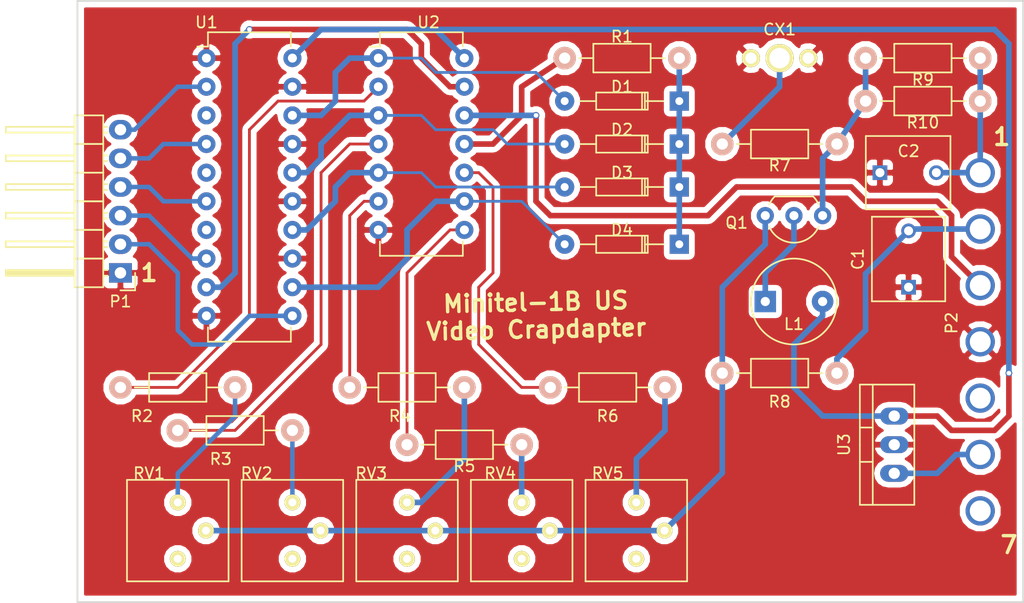
<source format=kicad_pcb>
(kicad_pcb (version 4) (host pcbnew 4.0.5+dfsg1-4)

  (general
    (links 63)
    (no_connects 0)
    (area 104.064999 93.904999 188.035001 147.395001)
    (thickness 1.6)
    (drawings 8)
    (tracks 171)
    (zones 0)
    (modules 29)
    (nets 43)
  )

  (page A4)
  (layers
    (0 Top signal)
    (31 Bottom signal)
    (32 B.Adhes user)
    (33 F.Adhes user)
    (34 B.Paste user)
    (35 F.Paste user)
    (36 B.SilkS user)
    (37 F.SilkS user)
    (38 B.Mask user)
    (39 F.Mask user)
    (40 Dwgs.User user)
    (41 Cmts.User user)
    (42 Eco1.User user)
    (43 Eco2.User user)
    (44 Edge.Cuts user)
    (45 Margin user)
    (46 B.CrtYd user)
    (47 F.CrtYd user)
    (48 B.Fab user)
    (49 F.Fab user)
  )

  (setup
    (last_trace_width 0.5)
    (user_trace_width 0.5)
    (user_trace_width 0.6)
    (user_trace_width 1)
    (trace_clearance 0.25)
    (zone_clearance 0.508)
    (zone_45_only no)
    (trace_min 0.2)
    (segment_width 0.2)
    (edge_width 0.15)
    (via_size 0.6)
    (via_drill 0.4)
    (via_min_size 0.4)
    (via_min_drill 0.3)
    (uvia_size 0.3)
    (uvia_drill 0.1)
    (uvias_allowed no)
    (uvia_min_size 0.2)
    (uvia_min_drill 0.1)
    (pcb_text_width 0.3)
    (pcb_text_size 1.5 1.5)
    (mod_edge_width 0.15)
    (mod_text_size 1 1)
    (mod_text_width 0.15)
    (pad_size 1.524 1.524)
    (pad_drill 0.762)
    (pad_to_mask_clearance 0.2)
    (aux_axis_origin 0 0)
    (visible_elements FFFFFF7F)
    (pcbplotparams
      (layerselection 0x00030_80000001)
      (usegerberextensions false)
      (excludeedgelayer true)
      (linewidth 0.100000)
      (plotframeref false)
      (viasonmask false)
      (mode 1)
      (useauxorigin false)
      (hpglpennumber 1)
      (hpglpenspeed 20)
      (hpglpendiameter 15)
      (hpglpenoverlay 2)
      (psnegative false)
      (psa4output false)
      (plotreference true)
      (plotvalue true)
      (plotinvisibletext false)
      (padsonsilk false)
      (subtractmaskfromsilk false)
      (outputformat 1)
      (mirror false)
      (drillshape 1)
      (scaleselection 1)
      (outputdirectory ""))
  )

  (net 0 "")
  (net 1 GND)
  (net 2 "Net-(C1-Pad2)")
  (net 3 "Net-(C2-Pad2)")
  (net 4 "Net-(CX1-Pad1)")
  (net 5 "Net-(D1-Pad2)")
  (net 6 "Net-(D1-Pad1)")
  (net 7 "Net-(D2-Pad2)")
  (net 8 "Net-(D3-Pad2)")
  (net 9 "Net-(D4-Pad2)")
  (net 10 "Net-(L1-Pad1)")
  (net 11 VCC)
  (net 12 "Net-(P1-Pad2)")
  (net 13 "Net-(P1-Pad3)")
  (net 14 "Net-(P1-Pad4)")
  (net 15 "Net-(P1-Pad5)")
  (net 16 "Net-(P1-Pad6)")
  (net 17 "Net-(P2-Pad3)")
  (net 18 "Net-(P2-Pad5)")
  (net 19 "Net-(P2-Pad6)")
  (net 20 "Net-(P2-Pad7)")
  (net 21 "Net-(Q1-Pad3)")
  (net 22 "Net-(Q1-Pad1)")
  (net 23 "Net-(R1-Pad1)")
  (net 24 "Net-(R2-Pad1)")
  (net 25 "Net-(R2-Pad2)")
  (net 26 "Net-(R3-Pad1)")
  (net 27 "Net-(R3-Pad2)")
  (net 28 "Net-(R4-Pad1)")
  (net 29 "Net-(R4-Pad2)")
  (net 30 "Net-(R5-Pad1)")
  (net 31 "Net-(R5-Pad2)")
  (net 32 "Net-(R6-Pad1)")
  (net 33 "Net-(R6-Pad2)")
  (net 34 "Net-(RV1-Pad3)")
  (net 35 "Net-(RV2-Pad3)")
  (net 36 "Net-(RV3-Pad3)")
  (net 37 "Net-(RV4-Pad3)")
  (net 38 "Net-(RV5-Pad3)")
  (net 39 "Net-(U1-Pad3)")
  (net 40 "Net-(U1-Pad5)")
  (net 41 "Net-(U1-Pad7)")
  (net 42 SYNC)

  (net_class Default "This is the default net class."
    (clearance 0.25)
    (trace_width 0.25)
    (via_dia 0.6)
    (via_drill 0.4)
    (uvia_dia 0.3)
    (uvia_drill 0.1)
    (add_net GND)
    (add_net "Net-(C1-Pad2)")
    (add_net "Net-(C2-Pad2)")
    (add_net "Net-(CX1-Pad1)")
    (add_net "Net-(D1-Pad1)")
    (add_net "Net-(D1-Pad2)")
    (add_net "Net-(D2-Pad2)")
    (add_net "Net-(D3-Pad2)")
    (add_net "Net-(D4-Pad2)")
    (add_net "Net-(L1-Pad1)")
    (add_net "Net-(P1-Pad2)")
    (add_net "Net-(P1-Pad3)")
    (add_net "Net-(P1-Pad4)")
    (add_net "Net-(P1-Pad5)")
    (add_net "Net-(P1-Pad6)")
    (add_net "Net-(P2-Pad3)")
    (add_net "Net-(P2-Pad5)")
    (add_net "Net-(P2-Pad6)")
    (add_net "Net-(P2-Pad7)")
    (add_net "Net-(Q1-Pad1)")
    (add_net "Net-(Q1-Pad3)")
    (add_net "Net-(R1-Pad1)")
    (add_net "Net-(R2-Pad1)")
    (add_net "Net-(R2-Pad2)")
    (add_net "Net-(R3-Pad1)")
    (add_net "Net-(R3-Pad2)")
    (add_net "Net-(R4-Pad1)")
    (add_net "Net-(R4-Pad2)")
    (add_net "Net-(R5-Pad1)")
    (add_net "Net-(R5-Pad2)")
    (add_net "Net-(R6-Pad1)")
    (add_net "Net-(R6-Pad2)")
    (add_net "Net-(RV1-Pad3)")
    (add_net "Net-(RV2-Pad3)")
    (add_net "Net-(RV3-Pad3)")
    (add_net "Net-(RV4-Pad3)")
    (add_net "Net-(RV5-Pad3)")
    (add_net "Net-(U1-Pad3)")
    (add_net "Net-(U1-Pad5)")
    (add_net "Net-(U1-Pad7)")
    (add_net SYNC)
    (add_net VCC)
  )

  (net_class normal ""
    (clearance 0.4)
    (trace_width 0.4)
    (via_dia 0.6)
    (via_drill 0.4)
    (uvia_dia 0.3)
    (uvia_drill 0.1)
  )

  (module Capacitors_ThroughHole:C_Rect_L7.5_W6.5_P5 (layer Top) (tedit 0) (tstamp 58F52E80)
    (at 177.8 119.38 90)
    (descr "Film Capacitor Length 7.5mm x Width 6.5mm, Pitch 5mm")
    (tags Capacitor)
    (path /58F2940C)
    (fp_text reference C1 (at 2.5 -4.5 90) (layer F.SilkS)
      (effects (font (size 1 1) (thickness 0.15)))
    )
    (fp_text value 10nF (at 2.5 4.5 90) (layer F.Fab)
      (effects (font (size 1 1) (thickness 0.15)))
    )
    (fp_line (start -1.5 -3.5) (end 6.5 -3.5) (layer F.CrtYd) (width 0.05))
    (fp_line (start 6.5 -3.5) (end 6.5 3.5) (layer F.CrtYd) (width 0.05))
    (fp_line (start 6.5 3.5) (end -1.5 3.5) (layer F.CrtYd) (width 0.05))
    (fp_line (start -1.5 3.5) (end -1.5 -3.5) (layer F.CrtYd) (width 0.05))
    (fp_line (start -1.25 -3.25) (end 6.25 -3.25) (layer F.SilkS) (width 0.15))
    (fp_line (start 6.25 -3.25) (end 6.25 3.25) (layer F.SilkS) (width 0.15))
    (fp_line (start 6.25 3.25) (end -1.25 3.25) (layer F.SilkS) (width 0.15))
    (fp_line (start -1.25 3.25) (end -1.25 -3.25) (layer F.SilkS) (width 0.15))
    (pad 1 thru_hole rect (at 0 0 90) (size 1.3 1.3) (drill 0.8) (layers *.Cu *.Mask)
      (net 1 GND))
    (pad 2 thru_hole circle (at 5 0 90) (size 1.3 1.3) (drill 0.8) (layers *.Cu *.Mask)
      (net 2 "Net-(C1-Pad2)"))
  )

  (module Capacitors_ThroughHole:C_Rect_L7.5_W6.5_P5 (layer Top) (tedit 58F95E50) (tstamp 58F52E86)
    (at 175.26 109.22)
    (descr "Film Capacitor Length 7.5mm x Width 6.5mm, Pitch 5mm")
    (tags Capacitor)
    (path /58F29076)
    (fp_text reference C2 (at 2.54 -1.905) (layer F.SilkS)
      (effects (font (size 1 1) (thickness 0.15)))
    )
    (fp_text value 100nF (at 2.5 4.5) (layer F.Fab)
      (effects (font (size 1 1) (thickness 0.15)))
    )
    (fp_line (start -1.5 -3.5) (end 6.5 -3.5) (layer F.CrtYd) (width 0.05))
    (fp_line (start 6.5 -3.5) (end 6.5 3.5) (layer F.CrtYd) (width 0.05))
    (fp_line (start 6.5 3.5) (end -1.5 3.5) (layer F.CrtYd) (width 0.05))
    (fp_line (start -1.5 3.5) (end -1.5 -3.5) (layer F.CrtYd) (width 0.05))
    (fp_line (start -1.25 -3.25) (end 6.25 -3.25) (layer F.SilkS) (width 0.15))
    (fp_line (start 6.25 -3.25) (end 6.25 3.25) (layer F.SilkS) (width 0.15))
    (fp_line (start 6.25 3.25) (end -1.25 3.25) (layer F.SilkS) (width 0.15))
    (fp_line (start -1.25 3.25) (end -1.25 -3.25) (layer F.SilkS) (width 0.15))
    (pad 1 thru_hole rect (at 0 0) (size 1.3 1.3) (drill 0.8) (layers *.Cu *.Mask)
      (net 1 GND))
    (pad 2 thru_hole circle (at 5 0) (size 1.3 1.3) (drill 0.8) (layers *.Cu *.Mask)
      (net 3 "Net-(C2-Pad2)"))
  )

  (module local:COAX-SHLD (layer Top) (tedit 58F95E80) (tstamp 58F52E8D)
    (at 166.37 102.87)
    (path /58F28BCD)
    (fp_text reference CX1 (at 0 -6.35) (layer F.SilkS)
      (effects (font (size 1 1) (thickness 0.15)))
    )
    (fp_text value COAX (at 0 -1.27) (layer F.Fab)
      (effects (font (size 1 1) (thickness 0.15)))
    )
    (pad 1 thru_hole circle (at 0 -3.81) (size 2.5 2.5) (drill 1.8) (layers *.Cu *.Mask F.SilkS)
      (net 4 "Net-(CX1-Pad1)"))
    (pad 2 thru_hole circle (at 2.54 -3.81) (size 1.6 1.6) (drill 1) (layers *.Cu *.Mask F.SilkS)
      (net 1 GND))
    (pad 3 thru_hole circle (at -2.54 -3.81) (size 1.6 1.6) (drill 1) (layers *.Cu *.Mask F.SilkS)
      (net 1 GND))
  )

  (module Diodes_ThroughHole:Diode_DO-35_SOD27_Horizontal_RM10 (layer Top) (tedit 58F95F1F) (tstamp 58F52E93)
    (at 157.48 102.87 180)
    (descr "Diode, DO-35,  SOD27, Horizontal, RM 10mm")
    (tags "Diode, DO-35, SOD27, Horizontal, RM 10mm, 1N4148,")
    (path /58F238B0)
    (fp_text reference D1 (at 5.08 1.27 180) (layer F.SilkS)
      (effects (font (size 1 1) (thickness 0.15)))
    )
    (fp_text value 1N4148 (at 5.08 0 180) (layer F.Fab)
      (effects (font (size 1 1) (thickness 0.15)))
    )
    (fp_line (start 7.36652 -0.00254) (end 8.76352 -0.00254) (layer F.SilkS) (width 0.15))
    (fp_line (start 2.92152 -0.00254) (end 1.39752 -0.00254) (layer F.SilkS) (width 0.15))
    (fp_line (start 3.30252 -0.76454) (end 3.30252 0.75946) (layer F.SilkS) (width 0.15))
    (fp_line (start 3.04852 -0.76454) (end 3.04852 0.75946) (layer F.SilkS) (width 0.15))
    (fp_line (start 2.79452 -0.00254) (end 2.79452 0.75946) (layer F.SilkS) (width 0.15))
    (fp_line (start 2.79452 0.75946) (end 7.36652 0.75946) (layer F.SilkS) (width 0.15))
    (fp_line (start 7.36652 0.75946) (end 7.36652 -0.76454) (layer F.SilkS) (width 0.15))
    (fp_line (start 7.36652 -0.76454) (end 2.79452 -0.76454) (layer F.SilkS) (width 0.15))
    (fp_line (start 2.79452 -0.76454) (end 2.79452 -0.00254) (layer F.SilkS) (width 0.15))
    (pad 2 thru_hole circle (at 10.16052 -0.00254) (size 1.69926 1.69926) (drill 0.70104) (layers *.Cu *.Mask)
      (net 5 "Net-(D1-Pad2)"))
    (pad 1 thru_hole rect (at 0.00052 -0.00254) (size 1.69926 1.69926) (drill 0.70104) (layers *.Cu *.Mask)
      (net 6 "Net-(D1-Pad1)"))
    (model Diodes_ThroughHole.3dshapes/Diode_DO-35_SOD27_Horizontal_RM10.wrl
      (at (xyz 0.2 0 0))
      (scale (xyz 0.4 0.4 0.4))
      (rotate (xyz 0 0 180))
    )
  )

  (module Diodes_ThroughHole:Diode_DO-35_SOD27_Horizontal_RM10 (layer Top) (tedit 58F95F23) (tstamp 58F52E99)
    (at 157.48 106.68 180)
    (descr "Diode, DO-35,  SOD27, Horizontal, RM 10mm")
    (tags "Diode, DO-35, SOD27, Horizontal, RM 10mm, 1N4148,")
    (path /58F2386F)
    (fp_text reference D2 (at 5.08 1.27 180) (layer F.SilkS)
      (effects (font (size 1 1) (thickness 0.15)))
    )
    (fp_text value 1N4148 (at 5.08 0 180) (layer F.Fab)
      (effects (font (size 1 1) (thickness 0.15)))
    )
    (fp_line (start 7.36652 -0.00254) (end 8.76352 -0.00254) (layer F.SilkS) (width 0.15))
    (fp_line (start 2.92152 -0.00254) (end 1.39752 -0.00254) (layer F.SilkS) (width 0.15))
    (fp_line (start 3.30252 -0.76454) (end 3.30252 0.75946) (layer F.SilkS) (width 0.15))
    (fp_line (start 3.04852 -0.76454) (end 3.04852 0.75946) (layer F.SilkS) (width 0.15))
    (fp_line (start 2.79452 -0.00254) (end 2.79452 0.75946) (layer F.SilkS) (width 0.15))
    (fp_line (start 2.79452 0.75946) (end 7.36652 0.75946) (layer F.SilkS) (width 0.15))
    (fp_line (start 7.36652 0.75946) (end 7.36652 -0.76454) (layer F.SilkS) (width 0.15))
    (fp_line (start 7.36652 -0.76454) (end 2.79452 -0.76454) (layer F.SilkS) (width 0.15))
    (fp_line (start 2.79452 -0.76454) (end 2.79452 -0.00254) (layer F.SilkS) (width 0.15))
    (pad 2 thru_hole circle (at 10.16052 -0.00254) (size 1.69926 1.69926) (drill 0.70104) (layers *.Cu *.Mask)
      (net 7 "Net-(D2-Pad2)"))
    (pad 1 thru_hole rect (at 0.00052 -0.00254) (size 1.69926 1.69926) (drill 0.70104) (layers *.Cu *.Mask)
      (net 6 "Net-(D1-Pad1)"))
    (model Diodes_ThroughHole.3dshapes/Diode_DO-35_SOD27_Horizontal_RM10.wrl
      (at (xyz 0.2 0 0))
      (scale (xyz 0.4 0.4 0.4))
      (rotate (xyz 0 0 180))
    )
  )

  (module Diodes_ThroughHole:Diode_DO-35_SOD27_Horizontal_RM10 (layer Top) (tedit 58F95F29) (tstamp 58F52E9F)
    (at 157.48 110.49 180)
    (descr "Diode, DO-35,  SOD27, Horizontal, RM 10mm")
    (tags "Diode, DO-35, SOD27, Horizontal, RM 10mm, 1N4148,")
    (path /58F23831)
    (fp_text reference D3 (at 5.08 1.27 180) (layer F.SilkS)
      (effects (font (size 1 1) (thickness 0.15)))
    )
    (fp_text value 1N4148 (at 5.08 0 180) (layer F.Fab)
      (effects (font (size 1 1) (thickness 0.15)))
    )
    (fp_line (start 7.36652 -0.00254) (end 8.76352 -0.00254) (layer F.SilkS) (width 0.15))
    (fp_line (start 2.92152 -0.00254) (end 1.39752 -0.00254) (layer F.SilkS) (width 0.15))
    (fp_line (start 3.30252 -0.76454) (end 3.30252 0.75946) (layer F.SilkS) (width 0.15))
    (fp_line (start 3.04852 -0.76454) (end 3.04852 0.75946) (layer F.SilkS) (width 0.15))
    (fp_line (start 2.79452 -0.00254) (end 2.79452 0.75946) (layer F.SilkS) (width 0.15))
    (fp_line (start 2.79452 0.75946) (end 7.36652 0.75946) (layer F.SilkS) (width 0.15))
    (fp_line (start 7.36652 0.75946) (end 7.36652 -0.76454) (layer F.SilkS) (width 0.15))
    (fp_line (start 7.36652 -0.76454) (end 2.79452 -0.76454) (layer F.SilkS) (width 0.15))
    (fp_line (start 2.79452 -0.76454) (end 2.79452 -0.00254) (layer F.SilkS) (width 0.15))
    (pad 2 thru_hole circle (at 10.16052 -0.00254) (size 1.69926 1.69926) (drill 0.70104) (layers *.Cu *.Mask)
      (net 8 "Net-(D3-Pad2)"))
    (pad 1 thru_hole rect (at 0.00052 -0.00254) (size 1.69926 1.69926) (drill 0.70104) (layers *.Cu *.Mask)
      (net 6 "Net-(D1-Pad1)"))
    (model Diodes_ThroughHole.3dshapes/Diode_DO-35_SOD27_Horizontal_RM10.wrl
      (at (xyz 0.2 0 0))
      (scale (xyz 0.4 0.4 0.4))
      (rotate (xyz 0 0 180))
    )
  )

  (module Diodes_ThroughHole:Diode_DO-35_SOD27_Horizontal_RM10 (layer Top) (tedit 58F95F2D) (tstamp 58F52EA5)
    (at 157.48 115.57 180)
    (descr "Diode, DO-35,  SOD27, Horizontal, RM 10mm")
    (tags "Diode, DO-35, SOD27, Horizontal, RM 10mm, 1N4148,")
    (path /58F237A3)
    (fp_text reference D4 (at 5.08 1.27 180) (layer F.SilkS)
      (effects (font (size 1 1) (thickness 0.15)))
    )
    (fp_text value 1N4148 (at 5.08 0 180) (layer F.Fab)
      (effects (font (size 1 1) (thickness 0.15)))
    )
    (fp_line (start 7.36652 -0.00254) (end 8.76352 -0.00254) (layer F.SilkS) (width 0.15))
    (fp_line (start 2.92152 -0.00254) (end 1.39752 -0.00254) (layer F.SilkS) (width 0.15))
    (fp_line (start 3.30252 -0.76454) (end 3.30252 0.75946) (layer F.SilkS) (width 0.15))
    (fp_line (start 3.04852 -0.76454) (end 3.04852 0.75946) (layer F.SilkS) (width 0.15))
    (fp_line (start 2.79452 -0.00254) (end 2.79452 0.75946) (layer F.SilkS) (width 0.15))
    (fp_line (start 2.79452 0.75946) (end 7.36652 0.75946) (layer F.SilkS) (width 0.15))
    (fp_line (start 7.36652 0.75946) (end 7.36652 -0.76454) (layer F.SilkS) (width 0.15))
    (fp_line (start 7.36652 -0.76454) (end 2.79452 -0.76454) (layer F.SilkS) (width 0.15))
    (fp_line (start 2.79452 -0.76454) (end 2.79452 -0.00254) (layer F.SilkS) (width 0.15))
    (pad 2 thru_hole circle (at 10.16052 -0.00254) (size 1.69926 1.69926) (drill 0.70104) (layers *.Cu *.Mask)
      (net 9 "Net-(D4-Pad2)"))
    (pad 1 thru_hole rect (at 0.00052 -0.00254) (size 1.69926 1.69926) (drill 0.70104) (layers *.Cu *.Mask)
      (net 6 "Net-(D1-Pad1)"))
    (model Diodes_ThroughHole.3dshapes/Diode_DO-35_SOD27_Horizontal_RM10.wrl
      (at (xyz 0.2 0 0))
      (scale (xyz 0.4 0.4 0.4))
      (rotate (xyz 0 0 180))
    )
  )

  (module Inductors:INDUCTOR_V (layer Top) (tedit 0) (tstamp 58F52EAB)
    (at 167.64 120.65)
    (descr "Inductor (vertical)")
    (tags INDUCTOR)
    (path /58F29228)
    (fp_text reference L1 (at 0 1.99898) (layer F.SilkS)
      (effects (font (size 1 1) (thickness 0.15)))
    )
    (fp_text value 20uH (at 0.09906 -1.99898) (layer F.Fab)
      (effects (font (size 1 1) (thickness 0.15)))
    )
    (fp_circle (center 0 0) (end 3.81 0) (layer F.SilkS) (width 0.15))
    (pad 1 thru_hole rect (at -2.54 0) (size 1.905 1.905) (drill 0.8128) (layers *.Cu *.Mask)
      (net 10 "Net-(L1-Pad1)"))
    (pad 2 thru_hole circle (at 2.54 0) (size 1.905 1.905) (drill 0.8128) (layers *.Cu *.Mask)
      (net 11 VCC))
    (model Inductors.3dshapes/INDUCTOR_V.wrl
      (at (xyz 0 0 0))
      (scale (xyz 2 2 2))
      (rotate (xyz 0 0 0))
    )
  )

  (module Pin_Headers:Pin_Header_Angled_1x06 (layer Top) (tedit 58F95F5A) (tstamp 58F52EB5)
    (at 107.95 118.11 180)
    (descr "Through hole pin header")
    (tags "pin header")
    (path /58F23AA2)
    (fp_text reference P1 (at 0 -2.54 180) (layer F.SilkS)
      (effects (font (size 1 1) (thickness 0.15)))
    )
    (fp_text value CONN_01X06 (at 2.54 6.985 270) (layer F.Fab)
      (effects (font (size 1 1) (thickness 0.15)))
    )
    (fp_line (start -1.5 -1.75) (end -1.5 14.45) (layer F.CrtYd) (width 0.05))
    (fp_line (start 10.65 -1.75) (end 10.65 14.45) (layer F.CrtYd) (width 0.05))
    (fp_line (start -1.5 -1.75) (end 10.65 -1.75) (layer F.CrtYd) (width 0.05))
    (fp_line (start -1.5 14.45) (end 10.65 14.45) (layer F.CrtYd) (width 0.05))
    (fp_line (start -1.3 -1.55) (end -1.3 0) (layer F.SilkS) (width 0.15))
    (fp_line (start 0 -1.55) (end -1.3 -1.55) (layer F.SilkS) (width 0.15))
    (fp_line (start 4.191 -0.127) (end 10.033 -0.127) (layer F.SilkS) (width 0.15))
    (fp_line (start 10.033 -0.127) (end 10.033 0.127) (layer F.SilkS) (width 0.15))
    (fp_line (start 10.033 0.127) (end 4.191 0.127) (layer F.SilkS) (width 0.15))
    (fp_line (start 4.191 0.127) (end 4.191 0) (layer F.SilkS) (width 0.15))
    (fp_line (start 4.191 0) (end 10.033 0) (layer F.SilkS) (width 0.15))
    (fp_line (start 1.524 -0.254) (end 1.143 -0.254) (layer F.SilkS) (width 0.15))
    (fp_line (start 1.524 0.254) (end 1.143 0.254) (layer F.SilkS) (width 0.15))
    (fp_line (start 1.524 2.286) (end 1.143 2.286) (layer F.SilkS) (width 0.15))
    (fp_line (start 1.524 2.794) (end 1.143 2.794) (layer F.SilkS) (width 0.15))
    (fp_line (start 1.524 4.826) (end 1.143 4.826) (layer F.SilkS) (width 0.15))
    (fp_line (start 1.524 5.334) (end 1.143 5.334) (layer F.SilkS) (width 0.15))
    (fp_line (start 1.524 12.954) (end 1.143 12.954) (layer F.SilkS) (width 0.15))
    (fp_line (start 1.524 12.446) (end 1.143 12.446) (layer F.SilkS) (width 0.15))
    (fp_line (start 1.524 10.414) (end 1.143 10.414) (layer F.SilkS) (width 0.15))
    (fp_line (start 1.524 9.906) (end 1.143 9.906) (layer F.SilkS) (width 0.15))
    (fp_line (start 1.524 7.874) (end 1.143 7.874) (layer F.SilkS) (width 0.15))
    (fp_line (start 1.524 7.366) (end 1.143 7.366) (layer F.SilkS) (width 0.15))
    (fp_line (start 1.524 -1.27) (end 4.064 -1.27) (layer F.SilkS) (width 0.15))
    (fp_line (start 1.524 1.27) (end 4.064 1.27) (layer F.SilkS) (width 0.15))
    (fp_line (start 1.524 1.27) (end 1.524 3.81) (layer F.SilkS) (width 0.15))
    (fp_line (start 1.524 3.81) (end 4.064 3.81) (layer F.SilkS) (width 0.15))
    (fp_line (start 4.064 2.286) (end 10.16 2.286) (layer F.SilkS) (width 0.15))
    (fp_line (start 10.16 2.286) (end 10.16 2.794) (layer F.SilkS) (width 0.15))
    (fp_line (start 10.16 2.794) (end 4.064 2.794) (layer F.SilkS) (width 0.15))
    (fp_line (start 4.064 3.81) (end 4.064 1.27) (layer F.SilkS) (width 0.15))
    (fp_line (start 4.064 1.27) (end 4.064 -1.27) (layer F.SilkS) (width 0.15))
    (fp_line (start 10.16 0.254) (end 4.064 0.254) (layer F.SilkS) (width 0.15))
    (fp_line (start 10.16 -0.254) (end 10.16 0.254) (layer F.SilkS) (width 0.15))
    (fp_line (start 4.064 -0.254) (end 10.16 -0.254) (layer F.SilkS) (width 0.15))
    (fp_line (start 1.524 1.27) (end 4.064 1.27) (layer F.SilkS) (width 0.15))
    (fp_line (start 1.524 -1.27) (end 1.524 1.27) (layer F.SilkS) (width 0.15))
    (fp_line (start 1.524 8.89) (end 4.064 8.89) (layer F.SilkS) (width 0.15))
    (fp_line (start 1.524 8.89) (end 1.524 11.43) (layer F.SilkS) (width 0.15))
    (fp_line (start 1.524 11.43) (end 4.064 11.43) (layer F.SilkS) (width 0.15))
    (fp_line (start 4.064 9.906) (end 10.16 9.906) (layer F.SilkS) (width 0.15))
    (fp_line (start 10.16 9.906) (end 10.16 10.414) (layer F.SilkS) (width 0.15))
    (fp_line (start 10.16 10.414) (end 4.064 10.414) (layer F.SilkS) (width 0.15))
    (fp_line (start 4.064 11.43) (end 4.064 8.89) (layer F.SilkS) (width 0.15))
    (fp_line (start 4.064 13.97) (end 4.064 11.43) (layer F.SilkS) (width 0.15))
    (fp_line (start 10.16 12.954) (end 4.064 12.954) (layer F.SilkS) (width 0.15))
    (fp_line (start 10.16 12.446) (end 10.16 12.954) (layer F.SilkS) (width 0.15))
    (fp_line (start 4.064 12.446) (end 10.16 12.446) (layer F.SilkS) (width 0.15))
    (fp_line (start 1.524 13.97) (end 4.064 13.97) (layer F.SilkS) (width 0.15))
    (fp_line (start 1.524 11.43) (end 1.524 13.97) (layer F.SilkS) (width 0.15))
    (fp_line (start 1.524 11.43) (end 4.064 11.43) (layer F.SilkS) (width 0.15))
    (fp_line (start 1.524 6.35) (end 4.064 6.35) (layer F.SilkS) (width 0.15))
    (fp_line (start 1.524 6.35) (end 1.524 8.89) (layer F.SilkS) (width 0.15))
    (fp_line (start 1.524 8.89) (end 4.064 8.89) (layer F.SilkS) (width 0.15))
    (fp_line (start 4.064 7.366) (end 10.16 7.366) (layer F.SilkS) (width 0.15))
    (fp_line (start 10.16 7.366) (end 10.16 7.874) (layer F.SilkS) (width 0.15))
    (fp_line (start 10.16 7.874) (end 4.064 7.874) (layer F.SilkS) (width 0.15))
    (fp_line (start 4.064 8.89) (end 4.064 6.35) (layer F.SilkS) (width 0.15))
    (fp_line (start 4.064 6.35) (end 4.064 3.81) (layer F.SilkS) (width 0.15))
    (fp_line (start 10.16 5.334) (end 4.064 5.334) (layer F.SilkS) (width 0.15))
    (fp_line (start 10.16 4.826) (end 10.16 5.334) (layer F.SilkS) (width 0.15))
    (fp_line (start 4.064 4.826) (end 10.16 4.826) (layer F.SilkS) (width 0.15))
    (fp_line (start 1.524 6.35) (end 4.064 6.35) (layer F.SilkS) (width 0.15))
    (fp_line (start 1.524 3.81) (end 1.524 6.35) (layer F.SilkS) (width 0.15))
    (fp_line (start 1.524 3.81) (end 4.064 3.81) (layer F.SilkS) (width 0.15))
    (pad 1 thru_hole rect (at 0 0 180) (size 2.032 1.7272) (drill 1.016) (layers *.Cu *.Mask)
      (net 1 GND))
    (pad 2 thru_hole oval (at 0 2.54 180) (size 2.032 1.7272) (drill 1.016) (layers *.Cu *.Mask)
      (net 12 "Net-(P1-Pad2)"))
    (pad 3 thru_hole oval (at 0 5.08 180) (size 2.032 1.7272) (drill 1.016) (layers *.Cu *.Mask)
      (net 13 "Net-(P1-Pad3)"))
    (pad 4 thru_hole oval (at 0 7.62 180) (size 2.032 1.7272) (drill 1.016) (layers *.Cu *.Mask)
      (net 14 "Net-(P1-Pad4)"))
    (pad 5 thru_hole oval (at 0 10.16 180) (size 2.032 1.7272) (drill 1.016) (layers *.Cu *.Mask)
      (net 15 "Net-(P1-Pad5)"))
    (pad 6 thru_hole oval (at 0 12.7 180) (size 2.032 1.7272) (drill 1.016) (layers *.Cu *.Mask)
      (net 16 "Net-(P1-Pad6)"))
    (model Pin_Headers.3dshapes/Pin_Header_Angled_1x06.wrl
      (at (xyz 0 -0.25 0))
      (scale (xyz 1 1 1))
      (rotate (xyz 0 0 90))
    )
  )

  (module local:CONN-1x7-5mm-pitch (layer Top) (tedit 58F95F69) (tstamp 58F52EC0)
    (at 184.15 109.22 270)
    (path /58F232A1)
    (fp_text reference P2 (at 13.335 2.54 270) (layer F.SilkS)
      (effects (font (size 1 1) (thickness 0.15)))
    )
    (fp_text value CONN_01X07 (at 15.24 -2.54 270) (layer F.Fab)
      (effects (font (size 1 1) (thickness 0.15)))
    )
    (pad 1 thru_hole circle (at 0 0 270) (size 2.6 2.6) (drill 1.85) (layers *.Cu *.Mask)
      (net 3 "Net-(C2-Pad2)"))
    (pad 2 thru_hole circle (at 5 0 270) (size 2.6 2.6) (drill 1.85) (layers *.Cu *.Mask)
      (net 2 "Net-(C1-Pad2)"))
    (pad 3 thru_hole circle (at 10 0 270) (size 2.6 2.6) (drill 1.85) (layers *.Cu *.Mask)
      (net 17 "Net-(P2-Pad3)"))
    (pad 4 thru_hole circle (at 15 0 270) (size 2.6 2.6) (drill 1.85) (layers *.Cu *.Mask)
      (net 1 GND))
    (pad 5 thru_hole circle (at 20 0 270) (size 2.6 2.6) (drill 1.85) (layers *.Cu *.Mask)
      (net 18 "Net-(P2-Pad5)"))
    (pad 6 thru_hole circle (at 25 0 270) (size 2.6 2.6) (drill 1.85) (layers *.Cu *.Mask)
      (net 19 "Net-(P2-Pad6)"))
    (pad 7 thru_hole circle (at 30 0 270) (size 2.6 2.6) (drill 1.85) (layers *.Cu *.Mask)
      (net 20 "Net-(P2-Pad7)"))
  )

  (module TO_SOT_Packages_THT:TO-92_Inline_Wide (layer Top) (tedit 58F95E9E) (tstamp 58F52EC7)
    (at 170.18 113.03 180)
    (descr "TO-92 leads in-line, wide, drill 0.8mm (see NXP sot054_po.pdf)")
    (tags "to-92 sc-43 sc-43a sot54 PA33 transistor")
    (path /58F28961)
    (fp_text reference Q1 (at 7.62 -0.635 360) (layer F.SilkS)
      (effects (font (size 1 1) (thickness 0.15)))
    )
    (fp_text value C5468 (at 2.54 2.54 360) (layer F.Fab)
      (effects (font (size 1 1) (thickness 0.15)))
    )
    (fp_arc (start 2.54 0) (end 0.84 1.7) (angle 20.5) (layer F.SilkS) (width 0.15))
    (fp_arc (start 2.54 0) (end 4.24 1.7) (angle -20.5) (layer F.SilkS) (width 0.15))
    (fp_line (start -1 1.95) (end -1 -2.65) (layer F.CrtYd) (width 0.05))
    (fp_line (start -1 1.95) (end 6.1 1.95) (layer F.CrtYd) (width 0.05))
    (fp_line (start 0.84 1.7) (end 4.24 1.7) (layer F.SilkS) (width 0.15))
    (fp_arc (start 2.54 0) (end 2.54 -2.4) (angle -65.55604127) (layer F.SilkS) (width 0.15))
    (fp_arc (start 2.54 0) (end 2.54 -2.4) (angle 65.55604127) (layer F.SilkS) (width 0.15))
    (fp_line (start -1 -2.65) (end 6.1 -2.65) (layer F.CrtYd) (width 0.05))
    (fp_line (start 6.1 1.95) (end 6.1 -2.65) (layer F.CrtYd) (width 0.05))
    (pad 2 thru_hole circle (at 2.54 0 270) (size 1.524 1.524) (drill 0.8) (layers *.Cu *.Mask)
      (net 10 "Net-(L1-Pad1)"))
    (pad 3 thru_hole circle (at 5.08 0 270) (size 1.524 1.524) (drill 0.8) (layers *.Cu *.Mask)
      (net 21 "Net-(Q1-Pad3)"))
    (pad 1 thru_hole circle (at 0 0 270) (size 1.524 1.524) (drill 0.8) (layers *.Cu *.Mask)
      (net 22 "Net-(Q1-Pad1)"))
    (model TO_SOT_Packages_THT.3dshapes/TO-92_Inline_Wide.wrl
      (at (xyz 0.1 0 0))
      (scale (xyz 1 1 1))
      (rotate (xyz 0 0 -90))
    )
  )

  (module Resistors_ThroughHole:Resistor_Horizontal_RM10mm (layer Top) (tedit 58F95F15) (tstamp 58F52ECD)
    (at 147.32 99.06)
    (descr "Resistor, Axial,  RM 10mm, 1/3W")
    (tags "Resistor Axial RM 10mm 1/3W")
    (path /58F287FA)
    (fp_text reference R1 (at 5.08 -1.905) (layer F.SilkS)
      (effects (font (size 1 1) (thickness 0.15)))
    )
    (fp_text value 680 (at 5.08 0) (layer F.Fab)
      (effects (font (size 1 1) (thickness 0.15)))
    )
    (fp_line (start -1.25 -1.5) (end 11.4 -1.5) (layer F.CrtYd) (width 0.05))
    (fp_line (start -1.25 1.5) (end -1.25 -1.5) (layer F.CrtYd) (width 0.05))
    (fp_line (start 11.4 -1.5) (end 11.4 1.5) (layer F.CrtYd) (width 0.05))
    (fp_line (start -1.25 1.5) (end 11.4 1.5) (layer F.CrtYd) (width 0.05))
    (fp_line (start 2.54 -1.27) (end 7.62 -1.27) (layer F.SilkS) (width 0.15))
    (fp_line (start 7.62 -1.27) (end 7.62 1.27) (layer F.SilkS) (width 0.15))
    (fp_line (start 7.62 1.27) (end 2.54 1.27) (layer F.SilkS) (width 0.15))
    (fp_line (start 2.54 1.27) (end 2.54 -1.27) (layer F.SilkS) (width 0.15))
    (fp_line (start 2.54 0) (end 1.27 0) (layer F.SilkS) (width 0.15))
    (fp_line (start 7.62 0) (end 8.89 0) (layer F.SilkS) (width 0.15))
    (pad 1 thru_hole circle (at 0 0) (size 1.99898 1.99898) (drill 1.00076) (layers *.Cu *.SilkS *.Mask)
      (net 23 "Net-(R1-Pad1)"))
    (pad 2 thru_hole circle (at 10.16 0) (size 1.99898 1.99898) (drill 1.00076) (layers *.Cu *.SilkS *.Mask)
      (net 6 "Net-(D1-Pad1)"))
    (model Resistors_ThroughHole.3dshapes/Resistor_Horizontal_RM10mm.wrl
      (at (xyz 0.2 0 0))
      (scale (xyz 0.4 0.4 0.4))
      (rotate (xyz 0 0 0))
    )
  )

  (module Resistors_ThroughHole:Resistor_Horizontal_RM10mm (layer Top) (tedit 58F95ED4) (tstamp 58F52ED3)
    (at 118.11 128.27 180)
    (descr "Resistor, Axial,  RM 10mm, 1/3W")
    (tags "Resistor Axial RM 10mm 1/3W")
    (path /58F2A2D5)
    (fp_text reference R2 (at 8.255 -2.54 180) (layer F.SilkS)
      (effects (font (size 1 1) (thickness 0.15)))
    )
    (fp_text value 4K (at 5.08 0 180) (layer F.Fab)
      (effects (font (size 1 1) (thickness 0.15)))
    )
    (fp_line (start -1.25 -1.5) (end 11.4 -1.5) (layer F.CrtYd) (width 0.05))
    (fp_line (start -1.25 1.5) (end -1.25 -1.5) (layer F.CrtYd) (width 0.05))
    (fp_line (start 11.4 -1.5) (end 11.4 1.5) (layer F.CrtYd) (width 0.05))
    (fp_line (start -1.25 1.5) (end 11.4 1.5) (layer F.CrtYd) (width 0.05))
    (fp_line (start 2.54 -1.27) (end 7.62 -1.27) (layer F.SilkS) (width 0.15))
    (fp_line (start 7.62 -1.27) (end 7.62 1.27) (layer F.SilkS) (width 0.15))
    (fp_line (start 7.62 1.27) (end 2.54 1.27) (layer F.SilkS) (width 0.15))
    (fp_line (start 2.54 1.27) (end 2.54 -1.27) (layer F.SilkS) (width 0.15))
    (fp_line (start 2.54 0) (end 1.27 0) (layer F.SilkS) (width 0.15))
    (fp_line (start 7.62 0) (end 8.89 0) (layer F.SilkS) (width 0.15))
    (pad 1 thru_hole circle (at 0 0 180) (size 1.99898 1.99898) (drill 1.00076) (layers *.Cu *.SilkS *.Mask)
      (net 24 "Net-(R2-Pad1)"))
    (pad 2 thru_hole circle (at 10.16 0 180) (size 1.99898 1.99898) (drill 1.00076) (layers *.Cu *.SilkS *.Mask)
      (net 25 "Net-(R2-Pad2)"))
    (model Resistors_ThroughHole.3dshapes/Resistor_Horizontal_RM10mm.wrl
      (at (xyz 0.2 0 0))
      (scale (xyz 0.4 0.4 0.4))
      (rotate (xyz 0 0 0))
    )
  )

  (module Resistors_ThroughHole:Resistor_Horizontal_RM10mm (layer Top) (tedit 58F95EE8) (tstamp 58F52ED9)
    (at 123.19 132.08 180)
    (descr "Resistor, Axial,  RM 10mm, 1/3W")
    (tags "Resistor Axial RM 10mm 1/3W")
    (path /58F2A278)
    (fp_text reference R3 (at 6.35 -2.54 180) (layer F.SilkS)
      (effects (font (size 1 1) (thickness 0.15)))
    )
    (fp_text value 1.8K (at 5.08 0 180) (layer F.Fab)
      (effects (font (size 1 1) (thickness 0.15)))
    )
    (fp_line (start -1.25 -1.5) (end 11.4 -1.5) (layer F.CrtYd) (width 0.05))
    (fp_line (start -1.25 1.5) (end -1.25 -1.5) (layer F.CrtYd) (width 0.05))
    (fp_line (start 11.4 -1.5) (end 11.4 1.5) (layer F.CrtYd) (width 0.05))
    (fp_line (start -1.25 1.5) (end 11.4 1.5) (layer F.CrtYd) (width 0.05))
    (fp_line (start 2.54 -1.27) (end 7.62 -1.27) (layer F.SilkS) (width 0.15))
    (fp_line (start 7.62 -1.27) (end 7.62 1.27) (layer F.SilkS) (width 0.15))
    (fp_line (start 7.62 1.27) (end 2.54 1.27) (layer F.SilkS) (width 0.15))
    (fp_line (start 2.54 1.27) (end 2.54 -1.27) (layer F.SilkS) (width 0.15))
    (fp_line (start 2.54 0) (end 1.27 0) (layer F.SilkS) (width 0.15))
    (fp_line (start 7.62 0) (end 8.89 0) (layer F.SilkS) (width 0.15))
    (pad 1 thru_hole circle (at 0 0 180) (size 1.99898 1.99898) (drill 1.00076) (layers *.Cu *.SilkS *.Mask)
      (net 26 "Net-(R3-Pad1)"))
    (pad 2 thru_hole circle (at 10.16 0 180) (size 1.99898 1.99898) (drill 1.00076) (layers *.Cu *.SilkS *.Mask)
      (net 27 "Net-(R3-Pad2)"))
    (model Resistors_ThroughHole.3dshapes/Resistor_Horizontal_RM10mm.wrl
      (at (xyz 0.2 0 0))
      (scale (xyz 0.4 0.4 0.4))
      (rotate (xyz 0 0 0))
    )
  )

  (module Resistors_ThroughHole:Resistor_Horizontal_RM10mm (layer Top) (tedit 58F95EBA) (tstamp 58F52EDF)
    (at 138.43 128.27 180)
    (descr "Resistor, Axial,  RM 10mm, 1/3W")
    (tags "Resistor Axial RM 10mm 1/3W")
    (path /58F2A21B)
    (fp_text reference R4 (at 5.715 -2.54 180) (layer F.SilkS)
      (effects (font (size 1 1) (thickness 0.15)))
    )
    (fp_text value 1K (at 5.08 0 180) (layer F.Fab)
      (effects (font (size 1 1) (thickness 0.15)))
    )
    (fp_line (start -1.25 -1.5) (end 11.4 -1.5) (layer F.CrtYd) (width 0.05))
    (fp_line (start -1.25 1.5) (end -1.25 -1.5) (layer F.CrtYd) (width 0.05))
    (fp_line (start 11.4 -1.5) (end 11.4 1.5) (layer F.CrtYd) (width 0.05))
    (fp_line (start -1.25 1.5) (end 11.4 1.5) (layer F.CrtYd) (width 0.05))
    (fp_line (start 2.54 -1.27) (end 7.62 -1.27) (layer F.SilkS) (width 0.15))
    (fp_line (start 7.62 -1.27) (end 7.62 1.27) (layer F.SilkS) (width 0.15))
    (fp_line (start 7.62 1.27) (end 2.54 1.27) (layer F.SilkS) (width 0.15))
    (fp_line (start 2.54 1.27) (end 2.54 -1.27) (layer F.SilkS) (width 0.15))
    (fp_line (start 2.54 0) (end 1.27 0) (layer F.SilkS) (width 0.15))
    (fp_line (start 7.62 0) (end 8.89 0) (layer F.SilkS) (width 0.15))
    (pad 1 thru_hole circle (at 0 0 180) (size 1.99898 1.99898) (drill 1.00076) (layers *.Cu *.SilkS *.Mask)
      (net 28 "Net-(R4-Pad1)"))
    (pad 2 thru_hole circle (at 10.16 0 180) (size 1.99898 1.99898) (drill 1.00076) (layers *.Cu *.SilkS *.Mask)
      (net 29 "Net-(R4-Pad2)"))
    (model Resistors_ThroughHole.3dshapes/Resistor_Horizontal_RM10mm.wrl
      (at (xyz 0.2 0 0))
      (scale (xyz 0.4 0.4 0.4))
      (rotate (xyz 0 0 0))
    )
  )

  (module Resistors_ThroughHole:Resistor_Horizontal_RM10mm (layer Top) (tedit 58F95EF8) (tstamp 58F52EE5)
    (at 143.51 133.35 180)
    (descr "Resistor, Axial,  RM 10mm, 1/3W")
    (tags "Resistor Axial RM 10mm 1/3W")
    (path /58F2A1C4)
    (fp_text reference R5 (at 5.08 -1.905 180) (layer F.SilkS)
      (effects (font (size 1 1) (thickness 0.15)))
    )
    (fp_text value 460 (at 5.08 0 180) (layer F.Fab)
      (effects (font (size 1 1) (thickness 0.15)))
    )
    (fp_line (start -1.25 -1.5) (end 11.4 -1.5) (layer F.CrtYd) (width 0.05))
    (fp_line (start -1.25 1.5) (end -1.25 -1.5) (layer F.CrtYd) (width 0.05))
    (fp_line (start 11.4 -1.5) (end 11.4 1.5) (layer F.CrtYd) (width 0.05))
    (fp_line (start -1.25 1.5) (end 11.4 1.5) (layer F.CrtYd) (width 0.05))
    (fp_line (start 2.54 -1.27) (end 7.62 -1.27) (layer F.SilkS) (width 0.15))
    (fp_line (start 7.62 -1.27) (end 7.62 1.27) (layer F.SilkS) (width 0.15))
    (fp_line (start 7.62 1.27) (end 2.54 1.27) (layer F.SilkS) (width 0.15))
    (fp_line (start 2.54 1.27) (end 2.54 -1.27) (layer F.SilkS) (width 0.15))
    (fp_line (start 2.54 0) (end 1.27 0) (layer F.SilkS) (width 0.15))
    (fp_line (start 7.62 0) (end 8.89 0) (layer F.SilkS) (width 0.15))
    (pad 1 thru_hole circle (at 0 0 180) (size 1.99898 1.99898) (drill 1.00076) (layers *.Cu *.SilkS *.Mask)
      (net 30 "Net-(R5-Pad1)"))
    (pad 2 thru_hole circle (at 10.16 0 180) (size 1.99898 1.99898) (drill 1.00076) (layers *.Cu *.SilkS *.Mask)
      (net 31 "Net-(R5-Pad2)"))
    (model Resistors_ThroughHole.3dshapes/Resistor_Horizontal_RM10mm.wrl
      (at (xyz 0.2 0 0))
      (scale (xyz 0.4 0.4 0.4))
      (rotate (xyz 0 0 0))
    )
  )

  (module Resistors_ThroughHole:Resistor_Horizontal_RM10mm (layer Top) (tedit 58F95EAE) (tstamp 58F52EEB)
    (at 156.21 128.27 180)
    (descr "Resistor, Axial,  RM 10mm, 1/3W")
    (tags "Resistor Axial RM 10mm 1/3W")
    (path /58F2A0FB)
    (fp_text reference R6 (at 5.08 -2.54 180) (layer F.SilkS)
      (effects (font (size 1 1) (thickness 0.15)))
    )
    (fp_text value 620 (at 5.08 0 180) (layer F.Fab)
      (effects (font (size 1 1) (thickness 0.15)))
    )
    (fp_line (start -1.25 -1.5) (end 11.4 -1.5) (layer F.CrtYd) (width 0.05))
    (fp_line (start -1.25 1.5) (end -1.25 -1.5) (layer F.CrtYd) (width 0.05))
    (fp_line (start 11.4 -1.5) (end 11.4 1.5) (layer F.CrtYd) (width 0.05))
    (fp_line (start -1.25 1.5) (end 11.4 1.5) (layer F.CrtYd) (width 0.05))
    (fp_line (start 2.54 -1.27) (end 7.62 -1.27) (layer F.SilkS) (width 0.15))
    (fp_line (start 7.62 -1.27) (end 7.62 1.27) (layer F.SilkS) (width 0.15))
    (fp_line (start 7.62 1.27) (end 2.54 1.27) (layer F.SilkS) (width 0.15))
    (fp_line (start 2.54 1.27) (end 2.54 -1.27) (layer F.SilkS) (width 0.15))
    (fp_line (start 2.54 0) (end 1.27 0) (layer F.SilkS) (width 0.15))
    (fp_line (start 7.62 0) (end 8.89 0) (layer F.SilkS) (width 0.15))
    (pad 1 thru_hole circle (at 0 0 180) (size 1.99898 1.99898) (drill 1.00076) (layers *.Cu *.SilkS *.Mask)
      (net 32 "Net-(R6-Pad1)"))
    (pad 2 thru_hole circle (at 10.16 0 180) (size 1.99898 1.99898) (drill 1.00076) (layers *.Cu *.SilkS *.Mask)
      (net 33 "Net-(R6-Pad2)"))
    (model Resistors_ThroughHole.3dshapes/Resistor_Horizontal_RM10mm.wrl
      (at (xyz 0.2 0 0))
      (scale (xyz 0.4 0.4 0.4))
      (rotate (xyz 0 0 0))
    )
  )

  (module Resistors_ThroughHole:Resistor_Horizontal_RM10mm (layer Top) (tedit 58F95E8D) (tstamp 58F52EF1)
    (at 161.29 106.68)
    (descr "Resistor, Axial,  RM 10mm, 1/3W")
    (tags "Resistor Axial RM 10mm 1/3W")
    (path /58F28A42)
    (fp_text reference R7 (at 5.08 1.905) (layer F.SilkS)
      (effects (font (size 1 1) (thickness 0.15)))
    )
    (fp_text value 100 (at 5.08 0) (layer F.Fab)
      (effects (font (size 1 1) (thickness 0.15)))
    )
    (fp_line (start -1.25 -1.5) (end 11.4 -1.5) (layer F.CrtYd) (width 0.05))
    (fp_line (start -1.25 1.5) (end -1.25 -1.5) (layer F.CrtYd) (width 0.05))
    (fp_line (start 11.4 -1.5) (end 11.4 1.5) (layer F.CrtYd) (width 0.05))
    (fp_line (start -1.25 1.5) (end 11.4 1.5) (layer F.CrtYd) (width 0.05))
    (fp_line (start 2.54 -1.27) (end 7.62 -1.27) (layer F.SilkS) (width 0.15))
    (fp_line (start 7.62 -1.27) (end 7.62 1.27) (layer F.SilkS) (width 0.15))
    (fp_line (start 7.62 1.27) (end 2.54 1.27) (layer F.SilkS) (width 0.15))
    (fp_line (start 2.54 1.27) (end 2.54 -1.27) (layer F.SilkS) (width 0.15))
    (fp_line (start 2.54 0) (end 1.27 0) (layer F.SilkS) (width 0.15))
    (fp_line (start 7.62 0) (end 8.89 0) (layer F.SilkS) (width 0.15))
    (pad 1 thru_hole circle (at 0 0) (size 1.99898 1.99898) (drill 1.00076) (layers *.Cu *.SilkS *.Mask)
      (net 4 "Net-(CX1-Pad1)"))
    (pad 2 thru_hole circle (at 10.16 0) (size 1.99898 1.99898) (drill 1.00076) (layers *.Cu *.SilkS *.Mask)
      (net 22 "Net-(Q1-Pad1)"))
    (model Resistors_ThroughHole.3dshapes/Resistor_Horizontal_RM10mm.wrl
      (at (xyz 0.2 0 0))
      (scale (xyz 0.4 0.4 0.4))
      (rotate (xyz 0 0 0))
    )
  )

  (module Resistors_ThroughHole:Resistor_Horizontal_RM10mm (layer Top) (tedit 58F95EA9) (tstamp 58F52EF7)
    (at 171.45 127 180)
    (descr "Resistor, Axial,  RM 10mm, 1/3W")
    (tags "Resistor Axial RM 10mm 1/3W")
    (path /58F2968C)
    (fp_text reference R8 (at 5.08 -2.54 180) (layer F.SilkS)
      (effects (font (size 1 1) (thickness 0.15)))
    )
    (fp_text value 1.2K (at 5.08 0 180) (layer F.Fab)
      (effects (font (size 1 1) (thickness 0.15)))
    )
    (fp_line (start -1.25 -1.5) (end 11.4 -1.5) (layer F.CrtYd) (width 0.05))
    (fp_line (start -1.25 1.5) (end -1.25 -1.5) (layer F.CrtYd) (width 0.05))
    (fp_line (start 11.4 -1.5) (end 11.4 1.5) (layer F.CrtYd) (width 0.05))
    (fp_line (start -1.25 1.5) (end 11.4 1.5) (layer F.CrtYd) (width 0.05))
    (fp_line (start 2.54 -1.27) (end 7.62 -1.27) (layer F.SilkS) (width 0.15))
    (fp_line (start 7.62 -1.27) (end 7.62 1.27) (layer F.SilkS) (width 0.15))
    (fp_line (start 7.62 1.27) (end 2.54 1.27) (layer F.SilkS) (width 0.15))
    (fp_line (start 2.54 1.27) (end 2.54 -1.27) (layer F.SilkS) (width 0.15))
    (fp_line (start 2.54 0) (end 1.27 0) (layer F.SilkS) (width 0.15))
    (fp_line (start 7.62 0) (end 8.89 0) (layer F.SilkS) (width 0.15))
    (pad 1 thru_hole circle (at 0 0 180) (size 1.99898 1.99898) (drill 1.00076) (layers *.Cu *.SilkS *.Mask)
      (net 2 "Net-(C1-Pad2)"))
    (pad 2 thru_hole circle (at 10.16 0 180) (size 1.99898 1.99898) (drill 1.00076) (layers *.Cu *.SilkS *.Mask)
      (net 21 "Net-(Q1-Pad3)"))
    (model Resistors_ThroughHole.3dshapes/Resistor_Horizontal_RM10mm.wrl
      (at (xyz 0.2 0 0))
      (scale (xyz 0.4 0.4 0.4))
      (rotate (xyz 0 0 0))
    )
  )

  (module Resistors_ThroughHole:Resistor_Horizontal_RM10mm (layer Top) (tedit 58F95E74) (tstamp 58F52EFD)
    (at 184.15 99.06 180)
    (descr "Resistor, Axial,  RM 10mm, 1/3W")
    (tags "Resistor Axial RM 10mm 1/3W")
    (path /58F28D99)
    (fp_text reference R9 (at 5.08 -1.905 180) (layer F.SilkS)
      (effects (font (size 1 1) (thickness 0.15)))
    )
    (fp_text value 2.4K (at 5.08 0 180) (layer F.Fab)
      (effects (font (size 1 1) (thickness 0.15)))
    )
    (fp_line (start -1.25 -1.5) (end 11.4 -1.5) (layer F.CrtYd) (width 0.05))
    (fp_line (start -1.25 1.5) (end -1.25 -1.5) (layer F.CrtYd) (width 0.05))
    (fp_line (start 11.4 -1.5) (end 11.4 1.5) (layer F.CrtYd) (width 0.05))
    (fp_line (start -1.25 1.5) (end 11.4 1.5) (layer F.CrtYd) (width 0.05))
    (fp_line (start 2.54 -1.27) (end 7.62 -1.27) (layer F.SilkS) (width 0.15))
    (fp_line (start 7.62 -1.27) (end 7.62 1.27) (layer F.SilkS) (width 0.15))
    (fp_line (start 7.62 1.27) (end 2.54 1.27) (layer F.SilkS) (width 0.15))
    (fp_line (start 2.54 1.27) (end 2.54 -1.27) (layer F.SilkS) (width 0.15))
    (fp_line (start 2.54 0) (end 1.27 0) (layer F.SilkS) (width 0.15))
    (fp_line (start 7.62 0) (end 8.89 0) (layer F.SilkS) (width 0.15))
    (pad 1 thru_hole circle (at 0 0 180) (size 1.99898 1.99898) (drill 1.00076) (layers *.Cu *.SilkS *.Mask)
      (net 3 "Net-(C2-Pad2)"))
    (pad 2 thru_hole circle (at 10.16 0 180) (size 1.99898 1.99898) (drill 1.00076) (layers *.Cu *.SilkS *.Mask)
      (net 22 "Net-(Q1-Pad1)"))
    (model Resistors_ThroughHole.3dshapes/Resistor_Horizontal_RM10mm.wrl
      (at (xyz 0.2 0 0))
      (scale (xyz 0.4 0.4 0.4))
      (rotate (xyz 0 0 0))
    )
  )

  (module Resistors_ThroughHole:Resistor_Horizontal_RM10mm (layer Top) (tedit 58F95E6A) (tstamp 58F52F03)
    (at 184.15 102.87 180)
    (descr "Resistor, Axial,  RM 10mm, 1/3W")
    (tags "Resistor Axial RM 10mm 1/3W")
    (path /58F28E74)
    (fp_text reference R10 (at 5.08 -1.905 180) (layer F.SilkS)
      (effects (font (size 1 1) (thickness 0.15)))
    )
    (fp_text value 2.4K (at 5.08 0 180) (layer F.Fab)
      (effects (font (size 1 1) (thickness 0.15)))
    )
    (fp_line (start -1.25 -1.5) (end 11.4 -1.5) (layer F.CrtYd) (width 0.05))
    (fp_line (start -1.25 1.5) (end -1.25 -1.5) (layer F.CrtYd) (width 0.05))
    (fp_line (start 11.4 -1.5) (end 11.4 1.5) (layer F.CrtYd) (width 0.05))
    (fp_line (start -1.25 1.5) (end 11.4 1.5) (layer F.CrtYd) (width 0.05))
    (fp_line (start 2.54 -1.27) (end 7.62 -1.27) (layer F.SilkS) (width 0.15))
    (fp_line (start 7.62 -1.27) (end 7.62 1.27) (layer F.SilkS) (width 0.15))
    (fp_line (start 7.62 1.27) (end 2.54 1.27) (layer F.SilkS) (width 0.15))
    (fp_line (start 2.54 1.27) (end 2.54 -1.27) (layer F.SilkS) (width 0.15))
    (fp_line (start 2.54 0) (end 1.27 0) (layer F.SilkS) (width 0.15))
    (fp_line (start 7.62 0) (end 8.89 0) (layer F.SilkS) (width 0.15))
    (pad 1 thru_hole circle (at 0 0 180) (size 1.99898 1.99898) (drill 1.00076) (layers *.Cu *.SilkS *.Mask)
      (net 3 "Net-(C2-Pad2)"))
    (pad 2 thru_hole circle (at 10.16 0 180) (size 1.99898 1.99898) (drill 1.00076) (layers *.Cu *.SilkS *.Mask)
      (net 22 "Net-(Q1-Pad1)"))
    (model Resistors_ThroughHole.3dshapes/Resistor_Horizontal_RM10mm.wrl
      (at (xyz 0.2 0 0))
      (scale (xyz 0.4 0.4 0.4))
      (rotate (xyz 0 0 0))
    )
  )

  (module local:Potentiometer_Cermet_CT-6EP (layer Top) (tedit 58F95EDE) (tstamp 58F52F0E)
    (at 113.03 140.97 270)
    (path /58F298D9)
    (fp_text reference RV1 (at -5.08 2.54 360) (layer F.SilkS)
      (effects (font (size 1 1) (thickness 0.15)))
    )
    (fp_text value POT (at 0.5 -5.5 270) (layer F.Fab)
      (effects (font (size 1 1) (thickness 0.15)))
    )
    (fp_line (start -4.5 -4.5) (end 4.5 -4.5) (layer F.SilkS) (width 0.15))
    (fp_line (start 4.5 -4.5) (end 4.5 4.5) (layer F.SilkS) (width 0.15))
    (fp_line (start 4.5 4.5) (end -4.5 4.5) (layer F.SilkS) (width 0.15))
    (fp_line (start -4.5 4.5) (end -4.5 -4.5) (layer F.SilkS) (width 0.15))
    (pad 1 thru_hole circle (at -2.5 0 270) (size 1.4 1.4) (drill 0.7) (layers *.Cu *.Mask F.SilkS)
      (net 24 "Net-(R2-Pad1)"))
    (pad 2 thru_hole circle (at 0 -2.5 270) (size 1.4 1.4) (drill 0.7) (layers *.Cu *.Mask F.SilkS)
      (net 21 "Net-(Q1-Pad3)"))
    (pad 3 thru_hole circle (at 2.5 0 270) (size 1.4 1.4) (drill 0.7) (layers *.Cu *.Mask F.SilkS)
      (net 34 "Net-(RV1-Pad3)"))
  )

  (module local:Potentiometer_Cermet_CT-6EP (layer Top) (tedit 58F95EE4) (tstamp 58F52F19)
    (at 123.19 140.97 270)
    (path /58F29997)
    (fp_text reference RV2 (at -5.08 3.175 360) (layer F.SilkS)
      (effects (font (size 1 1) (thickness 0.15)))
    )
    (fp_text value POT (at 0.5 -5.5 270) (layer F.Fab)
      (effects (font (size 1 1) (thickness 0.15)))
    )
    (fp_line (start -4.5 -4.5) (end 4.5 -4.5) (layer F.SilkS) (width 0.15))
    (fp_line (start 4.5 -4.5) (end 4.5 4.5) (layer F.SilkS) (width 0.15))
    (fp_line (start 4.5 4.5) (end -4.5 4.5) (layer F.SilkS) (width 0.15))
    (fp_line (start -4.5 4.5) (end -4.5 -4.5) (layer F.SilkS) (width 0.15))
    (pad 1 thru_hole circle (at -2.5 0 270) (size 1.4 1.4) (drill 0.7) (layers *.Cu *.Mask F.SilkS)
      (net 26 "Net-(R3-Pad1)"))
    (pad 2 thru_hole circle (at 0 -2.5 270) (size 1.4 1.4) (drill 0.7) (layers *.Cu *.Mask F.SilkS)
      (net 21 "Net-(Q1-Pad3)"))
    (pad 3 thru_hole circle (at 2.5 0 270) (size 1.4 1.4) (drill 0.7) (layers *.Cu *.Mask F.SilkS)
      (net 35 "Net-(RV2-Pad3)"))
  )

  (module local:Potentiometer_Cermet_CT-6EP (layer Top) (tedit 58F95EF1) (tstamp 58F52F24)
    (at 133.35 140.97 270)
    (path /58F299E6)
    (fp_text reference RV3 (at -5.08 3.175 360) (layer F.SilkS)
      (effects (font (size 1 1) (thickness 0.15)))
    )
    (fp_text value POT (at 0.5 -5.5 270) (layer F.Fab)
      (effects (font (size 1 1) (thickness 0.15)))
    )
    (fp_line (start -4.5 -4.5) (end 4.5 -4.5) (layer F.SilkS) (width 0.15))
    (fp_line (start 4.5 -4.5) (end 4.5 4.5) (layer F.SilkS) (width 0.15))
    (fp_line (start 4.5 4.5) (end -4.5 4.5) (layer F.SilkS) (width 0.15))
    (fp_line (start -4.5 4.5) (end -4.5 -4.5) (layer F.SilkS) (width 0.15))
    (pad 1 thru_hole circle (at -2.5 0 270) (size 1.4 1.4) (drill 0.7) (layers *.Cu *.Mask F.SilkS)
      (net 28 "Net-(R4-Pad1)"))
    (pad 2 thru_hole circle (at 0 -2.5 270) (size 1.4 1.4) (drill 0.7) (layers *.Cu *.Mask F.SilkS)
      (net 21 "Net-(Q1-Pad3)"))
    (pad 3 thru_hole circle (at 2.5 0 270) (size 1.4 1.4) (drill 0.7) (layers *.Cu *.Mask F.SilkS)
      (net 36 "Net-(RV3-Pad3)"))
  )

  (module local:Potentiometer_Cermet_CT-6EP (layer Top) (tedit 58F95EF5) (tstamp 58F52F2F)
    (at 143.51 140.97 270)
    (path /58F29A35)
    (fp_text reference RV4 (at -5.08 1.905 360) (layer F.SilkS)
      (effects (font (size 1 1) (thickness 0.15)))
    )
    (fp_text value POT (at 0.5 -5.5 270) (layer F.Fab)
      (effects (font (size 1 1) (thickness 0.15)))
    )
    (fp_line (start -4.5 -4.5) (end 4.5 -4.5) (layer F.SilkS) (width 0.15))
    (fp_line (start 4.5 -4.5) (end 4.5 4.5) (layer F.SilkS) (width 0.15))
    (fp_line (start 4.5 4.5) (end -4.5 4.5) (layer F.SilkS) (width 0.15))
    (fp_line (start -4.5 4.5) (end -4.5 -4.5) (layer F.SilkS) (width 0.15))
    (pad 1 thru_hole circle (at -2.5 0 270) (size 1.4 1.4) (drill 0.7) (layers *.Cu *.Mask F.SilkS)
      (net 30 "Net-(R5-Pad1)"))
    (pad 2 thru_hole circle (at 0 -2.5 270) (size 1.4 1.4) (drill 0.7) (layers *.Cu *.Mask F.SilkS)
      (net 21 "Net-(Q1-Pad3)"))
    (pad 3 thru_hole circle (at 2.5 0 270) (size 1.4 1.4) (drill 0.7) (layers *.Cu *.Mask F.SilkS)
      (net 37 "Net-(RV4-Pad3)"))
  )

  (module local:Potentiometer_Cermet_CT-6EP (layer Top) (tedit 58F95F00) (tstamp 58F52F3A)
    (at 153.67 140.97 270)
    (path /58F29FCA)
    (fp_text reference RV5 (at -5.08 2.54 360) (layer F.SilkS)
      (effects (font (size 1 1) (thickness 0.15)))
    )
    (fp_text value POT (at 0.5 -5.5 270) (layer F.Fab)
      (effects (font (size 1 1) (thickness 0.15)))
    )
    (fp_line (start -4.5 -4.5) (end 4.5 -4.5) (layer F.SilkS) (width 0.15))
    (fp_line (start 4.5 -4.5) (end 4.5 4.5) (layer F.SilkS) (width 0.15))
    (fp_line (start 4.5 4.5) (end -4.5 4.5) (layer F.SilkS) (width 0.15))
    (fp_line (start -4.5 4.5) (end -4.5 -4.5) (layer F.SilkS) (width 0.15))
    (pad 1 thru_hole circle (at -2.5 0 270) (size 1.4 1.4) (drill 0.7) (layers *.Cu *.Mask F.SilkS)
      (net 32 "Net-(R6-Pad1)"))
    (pad 2 thru_hole circle (at 0 -2.5 270) (size 1.4 1.4) (drill 0.7) (layers *.Cu *.Mask F.SilkS)
      (net 21 "Net-(Q1-Pad3)"))
    (pad 3 thru_hole circle (at 2.5 0 270) (size 1.4 1.4) (drill 0.7) (layers *.Cu *.Mask F.SilkS)
      (net 38 "Net-(RV5-Pad3)"))
  )

  (module Housings_DIP:DIP-20_W7.62mm (layer Top) (tedit 58F95F4F) (tstamp 58F52F52)
    (at 115.57 99.06)
    (descr "20-lead dip package, row spacing 7.62 mm (300 mils)")
    (tags "dil dip 2.54 300")
    (path /58F27E95)
    (fp_text reference U1 (at 0 -3.175) (layer F.SilkS)
      (effects (font (size 1 1) (thickness 0.15)))
    )
    (fp_text value 74LS244 (at 4.445 10.16 90) (layer F.Fab)
      (effects (font (size 1 1) (thickness 0.15)))
    )
    (fp_line (start -1.05 -2.45) (end -1.05 25.35) (layer F.CrtYd) (width 0.05))
    (fp_line (start 8.65 -2.45) (end 8.65 25.35) (layer F.CrtYd) (width 0.05))
    (fp_line (start -1.05 -2.45) (end 8.65 -2.45) (layer F.CrtYd) (width 0.05))
    (fp_line (start -1.05 25.35) (end 8.65 25.35) (layer F.CrtYd) (width 0.05))
    (fp_line (start 0.135 -2.295) (end 0.135 -1.025) (layer F.SilkS) (width 0.15))
    (fp_line (start 7.485 -2.295) (end 7.485 -1.025) (layer F.SilkS) (width 0.15))
    (fp_line (start 7.485 25.155) (end 7.485 23.885) (layer F.SilkS) (width 0.15))
    (fp_line (start 0.135 25.155) (end 0.135 23.885) (layer F.SilkS) (width 0.15))
    (fp_line (start 0.135 -2.295) (end 7.485 -2.295) (layer F.SilkS) (width 0.15))
    (fp_line (start 0.135 25.155) (end 7.485 25.155) (layer F.SilkS) (width 0.15))
    (fp_line (start 0.135 -1.025) (end -0.8 -1.025) (layer F.SilkS) (width 0.15))
    (pad 1 thru_hole oval (at 0 0) (size 1.6 1.6) (drill 0.8) (layers *.Cu *.Mask)
      (net 1 GND))
    (pad 2 thru_hole oval (at 0 2.54) (size 1.6 1.6) (drill 0.8) (layers *.Cu *.Mask)
      (net 16 "Net-(P1-Pad6)"))
    (pad 3 thru_hole oval (at 0 5.08) (size 1.6 1.6) (drill 0.8) (layers *.Cu *.Mask)
      (net 39 "Net-(U1-Pad3)"))
    (pad 4 thru_hole oval (at 0 7.62) (size 1.6 1.6) (drill 0.8) (layers *.Cu *.Mask)
      (net 15 "Net-(P1-Pad5)"))
    (pad 5 thru_hole oval (at 0 10.16) (size 1.6 1.6) (drill 0.8) (layers *.Cu *.Mask)
      (net 40 "Net-(U1-Pad5)"))
    (pad 6 thru_hole oval (at 0 12.7) (size 1.6 1.6) (drill 0.8) (layers *.Cu *.Mask)
      (net 14 "Net-(P1-Pad4)"))
    (pad 7 thru_hole oval (at 0 15.24) (size 1.6 1.6) (drill 0.8) (layers *.Cu *.Mask)
      (net 41 "Net-(U1-Pad7)"))
    (pad 8 thru_hole oval (at 0 17.78) (size 1.6 1.6) (drill 0.8) (layers *.Cu *.Mask)
      (net 13 "Net-(P1-Pad3)"))
    (pad 9 thru_hole oval (at 0 20.32) (size 1.6 1.6) (drill 0.8) (layers *.Cu *.Mask)
      (net 42 SYNC))
    (pad 10 thru_hole oval (at 0 22.86) (size 1.6 1.6) (drill 0.8) (layers *.Cu *.Mask)
      (net 1 GND))
    (pad 11 thru_hole oval (at 7.62 22.86) (size 1.6 1.6) (drill 0.8) (layers *.Cu *.Mask)
      (net 12 "Net-(P1-Pad2)"))
    (pad 12 thru_hole oval (at 7.62 20.32) (size 1.6 1.6) (drill 0.8) (layers *.Cu *.Mask)
      (net 9 "Net-(D4-Pad2)"))
    (pad 13 thru_hole oval (at 7.62 17.78) (size 1.6 1.6) (drill 0.8) (layers *.Cu *.Mask)
      (net 1 GND))
    (pad 14 thru_hole oval (at 7.62 15.24) (size 1.6 1.6) (drill 0.8) (layers *.Cu *.Mask)
      (net 8 "Net-(D3-Pad2)"))
    (pad 15 thru_hole oval (at 7.62 12.7) (size 1.6 1.6) (drill 0.8) (layers *.Cu *.Mask)
      (net 1 GND))
    (pad 16 thru_hole oval (at 7.62 10.16) (size 1.6 1.6) (drill 0.8) (layers *.Cu *.Mask)
      (net 7 "Net-(D2-Pad2)"))
    (pad 17 thru_hole oval (at 7.62 7.62) (size 1.6 1.6) (drill 0.8) (layers *.Cu *.Mask)
      (net 1 GND))
    (pad 18 thru_hole oval (at 7.62 5.08) (size 1.6 1.6) (drill 0.8) (layers *.Cu *.Mask)
      (net 5 "Net-(D1-Pad2)"))
    (pad 19 thru_hole oval (at 7.62 2.54) (size 1.6 1.6) (drill 0.8) (layers *.Cu *.Mask)
      (net 1 GND))
    (pad 20 thru_hole oval (at 7.62 0) (size 1.6 1.6) (drill 0.8) (layers *.Cu *.Mask)
      (net 11 VCC))
    (model Housings_DIP.3dshapes/DIP-20_W7.62mm.wrl
      (at (xyz 0 0 0))
      (scale (xyz 1 1 1))
      (rotate (xyz 0 0 0))
    )
  )

  (module Housings_DIP:DIP-14_W7.62mm (layer Top) (tedit 58F95F48) (tstamp 58F52F64)
    (at 130.81 99.06)
    (descr "14-lead dip package, row spacing 7.62 mm (300 mils)")
    (tags "dil dip 2.54 300")
    (path /58F22E97)
    (fp_text reference U2 (at 4.445 -3.175) (layer F.SilkS)
      (effects (font (size 1 1) (thickness 0.15)))
    )
    (fp_text value 74HC04 (at 4.445 7.62 90) (layer F.Fab)
      (effects (font (size 1 1) (thickness 0.15)))
    )
    (fp_line (start -1.05 -2.45) (end -1.05 17.7) (layer F.CrtYd) (width 0.05))
    (fp_line (start 8.65 -2.45) (end 8.65 17.7) (layer F.CrtYd) (width 0.05))
    (fp_line (start -1.05 -2.45) (end 8.65 -2.45) (layer F.CrtYd) (width 0.05))
    (fp_line (start -1.05 17.7) (end 8.65 17.7) (layer F.CrtYd) (width 0.05))
    (fp_line (start 0.135 -2.295) (end 0.135 -1.025) (layer F.SilkS) (width 0.15))
    (fp_line (start 7.485 -2.295) (end 7.485 -1.025) (layer F.SilkS) (width 0.15))
    (fp_line (start 7.485 17.535) (end 7.485 16.265) (layer F.SilkS) (width 0.15))
    (fp_line (start 0.135 17.535) (end 0.135 16.265) (layer F.SilkS) (width 0.15))
    (fp_line (start 0.135 -2.295) (end 7.485 -2.295) (layer F.SilkS) (width 0.15))
    (fp_line (start 0.135 17.535) (end 7.485 17.535) (layer F.SilkS) (width 0.15))
    (fp_line (start 0.135 -1.025) (end -0.8 -1.025) (layer F.SilkS) (width 0.15))
    (pad 1 thru_hole oval (at 0 0) (size 1.6 1.6) (drill 0.8) (layers *.Cu *.Mask)
      (net 5 "Net-(D1-Pad2)"))
    (pad 2 thru_hole oval (at 0 2.54) (size 1.6 1.6) (drill 0.8) (layers *.Cu *.Mask)
      (net 25 "Net-(R2-Pad2)"))
    (pad 3 thru_hole oval (at 0 5.08) (size 1.6 1.6) (drill 0.8) (layers *.Cu *.Mask)
      (net 7 "Net-(D2-Pad2)"))
    (pad 4 thru_hole oval (at 0 7.62) (size 1.6 1.6) (drill 0.8) (layers *.Cu *.Mask)
      (net 27 "Net-(R3-Pad2)"))
    (pad 5 thru_hole oval (at 0 10.16) (size 1.6 1.6) (drill 0.8) (layers *.Cu *.Mask)
      (net 8 "Net-(D3-Pad2)"))
    (pad 6 thru_hole oval (at 0 12.7) (size 1.6 1.6) (drill 0.8) (layers *.Cu *.Mask)
      (net 29 "Net-(R4-Pad2)"))
    (pad 7 thru_hole oval (at 0 15.24) (size 1.6 1.6) (drill 0.8) (layers *.Cu *.Mask)
      (net 1 GND))
    (pad 8 thru_hole oval (at 7.62 15.24) (size 1.6 1.6) (drill 0.8) (layers *.Cu *.Mask)
      (net 31 "Net-(R5-Pad2)"))
    (pad 9 thru_hole oval (at 7.62 12.7) (size 1.6 1.6) (drill 0.8) (layers *.Cu *.Mask)
      (net 9 "Net-(D4-Pad2)"))
    (pad 10 thru_hole oval (at 7.62 10.16) (size 1.6 1.6) (drill 0.8) (layers *.Cu *.Mask)
      (net 33 "Net-(R6-Pad2)"))
    (pad 11 thru_hole oval (at 7.62 7.62) (size 1.6 1.6) (drill 0.8) (layers *.Cu *.Mask)
      (net 23 "Net-(R1-Pad1)"))
    (pad 12 thru_hole oval (at 7.62 5.08) (size 1.6 1.6) (drill 0.8) (layers *.Cu *.Mask)
      (net 17 "Net-(P2-Pad3)"))
    (pad 13 thru_hole oval (at 7.62 2.54) (size 1.6 1.6) (drill 0.8) (layers *.Cu *.Mask)
      (net 42 SYNC))
    (pad 14 thru_hole oval (at 7.62 0) (size 1.6 1.6) (drill 0.8) (layers *.Cu *.Mask)
      (net 11 VCC))
    (model Housings_DIP.3dshapes/DIP-14_W7.62mm.wrl
      (at (xyz 0 0 0))
      (scale (xyz 1 1 1))
      (rotate (xyz 0 0 0))
    )
  )

  (module TO_SOT_Packages_THT:TO-220_Neutral123_Vertical (layer Top) (tedit 58F95F5E) (tstamp 58F52F6B)
    (at 176.53 133.35 90)
    (descr "TO-220, Neutral, Vertical,")
    (tags "TO-220, Neutral, Vertical,")
    (path /58F23540)
    (fp_text reference U3 (at 0 -4.445 90) (layer F.SilkS)
      (effects (font (size 1 1) (thickness 0.15)))
    )
    (fp_text value 7805 (at 0 3.81 90) (layer F.Fab)
      (effects (font (size 1 1) (thickness 0.15)))
    )
    (fp_line (start -1.524 -3.048) (end -1.524 -1.905) (layer F.SilkS) (width 0.15))
    (fp_line (start 1.524 -3.048) (end 1.524 -1.905) (layer F.SilkS) (width 0.15))
    (fp_line (start 5.334 -1.905) (end 5.334 1.778) (layer F.SilkS) (width 0.15))
    (fp_line (start 5.334 1.778) (end -5.334 1.778) (layer F.SilkS) (width 0.15))
    (fp_line (start -5.334 1.778) (end -5.334 -1.905) (layer F.SilkS) (width 0.15))
    (fp_line (start 5.334 -3.048) (end 5.334 -1.905) (layer F.SilkS) (width 0.15))
    (fp_line (start 5.334 -1.905) (end -5.334 -1.905) (layer F.SilkS) (width 0.15))
    (fp_line (start -5.334 -1.905) (end -5.334 -3.048) (layer F.SilkS) (width 0.15))
    (fp_line (start 0 -3.048) (end -5.334 -3.048) (layer F.SilkS) (width 0.15))
    (fp_line (start 0 -3.048) (end 5.334 -3.048) (layer F.SilkS) (width 0.15))
    (pad 2 thru_hole oval (at 0 0 180) (size 2.49936 1.50114) (drill 1.00076) (layers *.Cu *.Mask)
      (net 1 GND))
    (pad 1 thru_hole oval (at -2.54 0 180) (size 2.49936 1.50114) (drill 1.00076) (layers *.Cu *.Mask)
      (net 19 "Net-(P2-Pad6)"))
    (pad 3 thru_hole oval (at 2.54 0 180) (size 2.49936 1.50114) (drill 1.00076) (layers *.Cu *.Mask)
      (net 11 VCC))
    (model TO_SOT_Packages_THT.3dshapes/TO-220_Neutral123_Vertical.wrl
      (at (xyz 0 0 0))
      (scale (xyz 0.3937 0.3937 0.3937))
      (rotate (xyz 0 0 0))
    )
  )

  (gr_text "Minitel-1B US\nVideo Crapdapter" (at 144.78 121.92 1.2) (layer F.SilkS)
    (effects (font (size 1.5 1.5) (thickness 0.3)))
  )
  (gr_text 1 (at 110.49 118.11) (layer F.SilkS)
    (effects (font (size 1.5 1.5) (thickness 0.3)))
  )
  (gr_text 7 (at 186.69 142.24) (layer F.SilkS)
    (effects (font (size 1.5 1.5) (thickness 0.3)))
  )
  (gr_text 1 (at 186.055 106.045) (layer F.SilkS)
    (effects (font (size 1.5 1.5) (thickness 0.3)))
  )
  (gr_line (start 104.14 147.32) (end 104.14 93.98) (angle 90) (layer Edge.Cuts) (width 0.15))
  (gr_line (start 187.96 147.32) (end 104.14 147.32) (angle 90) (layer Edge.Cuts) (width 0.15))
  (gr_line (start 187.96 93.98) (end 187.96 147.32) (angle 90) (layer Edge.Cuts) (width 0.15))
  (gr_line (start 104.14 93.98) (end 187.96 93.98) (angle 90) (layer Edge.Cuts) (width 0.15))

  (segment (start 171.45 127) (end 171.45 125.73) (width 0.5) (layer Bottom) (net 2))
  (segment (start 173.99 118.19) (end 177.8 114.38) (width 0.5) (layer Bottom) (net 2) (tstamp 58F93184))
  (segment (start 173.99 123.19) (end 173.99 118.19) (width 0.5) (layer Bottom) (net 2) (tstamp 58F93182))
  (segment (start 171.45 125.73) (end 173.99 123.19) (width 0.5) (layer Bottom) (net 2) (tstamp 58F93180))
  (segment (start 184.15 114.22) (end 177.96 114.22) (width 0.5) (layer Bottom) (net 2))
  (segment (start 177.96 114.22) (end 177.8 114.38) (width 0.5) (layer Bottom) (net 2) (tstamp 58F9305D))
  (segment (start 177.96 114.22) (end 177.8 114.38) (width 0.5) (layer Bottom) (net 2) (tstamp 58F93041))
  (segment (start 177.96 114.22) (end 177.8 114.38) (width 0.5) (layer Bottom) (net 2) (tstamp 58F93029))
  (segment (start 177.8 114.38) (end 177.72 114.38) (width 0.5) (layer Bottom) (net 2) (tstamp 58F9302A))
  (segment (start 180.26 109.22) (end 184.15 109.22) (width 0.5) (layer Bottom) (net 3))
  (segment (start 184.15 102.87) (end 184.15 109.22) (width 0.5) (layer Bottom) (net 3))
  (segment (start 184.15 99.06) (end 184.15 102.87) (width 0.5) (layer Bottom) (net 3))
  (segment (start 161.29 106.68) (end 163.83 104.14) (width 0.5) (layer Bottom) (net 4) (status 10))
  (segment (start 166.37 101.6) (end 166.37 99.06) (width 0.5) (layer Bottom) (net 4) (tstamp 58F93068))
  (segment (start 163.83 104.14) (end 166.37 101.6) (width 0.5) (layer Bottom) (net 4) (tstamp 58F93065))
  (segment (start 130.81 99.06) (end 134.62 99.06) (width 0.25) (layer Bottom) (net 5))
  (segment (start 144.77694 100.33) (end 147.31948 102.87254) (width 0.25) (layer Bottom) (net 5) (tstamp 58F9556A))
  (segment (start 135.89 100.33) (end 144.77694 100.33) (width 0.25) (layer Bottom) (net 5) (tstamp 58F95568))
  (segment (start 134.62 99.06) (end 135.89 100.33) (width 0.25) (layer Bottom) (net 5) (tstamp 58F95566))
  (segment (start 123.19 104.14) (end 125.73 104.14) (width 0.5) (layer Bottom) (net 5))
  (segment (start 128.27 99.06) (end 130.81 99.06) (width 0.5) (layer Bottom) (net 5) (tstamp 58F954F1))
  (segment (start 127 100.33) (end 128.27 99.06) (width 0.5) (layer Bottom) (net 5) (tstamp 58F954F0))
  (segment (start 127 102.87) (end 127 100.33) (width 0.5) (layer Bottom) (net 5) (tstamp 58F954EE))
  (segment (start 125.73 104.14) (end 127 102.87) (width 0.5) (layer Bottom) (net 5) (tstamp 58F954E7))
  (segment (start 157.47948 115.57254) (end 157.47948 110.49254) (width 0.5) (layer Bottom) (net 6))
  (segment (start 157.47948 110.49254) (end 157.47948 106.68254) (width 0.5) (layer Bottom) (net 6) (tstamp 58F95BE9))
  (segment (start 157.47948 106.68254) (end 157.47948 102.87254) (width 0.5) (layer Bottom) (net 6) (tstamp 58F95BEA))
  (segment (start 157.47948 102.87254) (end 157.48 102.87202) (width 0.5) (layer Bottom) (net 6) (tstamp 58F95BEC))
  (segment (start 157.48 102.87202) (end 157.48 99.06) (width 0.5) (layer Bottom) (net 6) (tstamp 58F95BED))
  (segment (start 147.31948 106.68254) (end 142.24254 106.68254) (width 0.25) (layer Bottom) (net 7))
  (segment (start 134.62 104.14) (end 130.81 104.14) (width 0.25) (layer Bottom) (net 7) (tstamp 58F95562))
  (segment (start 135.89 105.41) (end 134.62 104.14) (width 0.25) (layer Bottom) (net 7) (tstamp 58F95560))
  (segment (start 140.97 105.41) (end 135.89 105.41) (width 0.25) (layer Bottom) (net 7) (tstamp 58F9555E))
  (segment (start 142.24254 106.68254) (end 140.97 105.41) (width 0.25) (layer Bottom) (net 7) (tstamp 58F95559))
  (segment (start 123.19 109.22) (end 124.46 109.22) (width 0.5) (layer Bottom) (net 7))
  (segment (start 128.27 104.14) (end 130.81 104.14) (width 0.5) (layer Bottom) (net 7) (tstamp 58F95514))
  (segment (start 125.73 106.68) (end 128.27 104.14) (width 0.5) (layer Bottom) (net 7) (tstamp 58F95513))
  (segment (start 125.73 107.95) (end 125.73 106.68) (width 0.5) (layer Bottom) (net 7) (tstamp 58F95512))
  (segment (start 124.46 109.22) (end 125.73 107.95) (width 0.5) (layer Bottom) (net 7) (tstamp 58F95510))
  (segment (start 130.81 109.22) (end 134.62 109.22) (width 0.25) (layer Bottom) (net 8))
  (segment (start 135.89254 110.49254) (end 147.31948 110.49254) (width 0.25) (layer Bottom) (net 8) (tstamp 58F95553))
  (segment (start 134.62 109.22) (end 135.89254 110.49254) (width 0.25) (layer Bottom) (net 8) (tstamp 58F95551))
  (segment (start 123.19 114.3) (end 124.46 114.3) (width 0.5) (layer Bottom) (net 8))
  (segment (start 128.27 109.22) (end 130.81 109.22) (width 0.5) (layer Bottom) (net 8) (tstamp 58F9551D))
  (segment (start 127 110.49) (end 128.27 109.22) (width 0.5) (layer Bottom) (net 8) (tstamp 58F9551B))
  (segment (start 127 111.76) (end 127 110.49) (width 0.5) (layer Bottom) (net 8) (tstamp 58F9551A))
  (segment (start 124.46 114.3) (end 127 111.76) (width 0.5) (layer Bottom) (net 8) (tstamp 58F95518))
  (segment (start 138.43 111.76) (end 135.89 111.76) (width 0.5) (layer Bottom) (net 9))
  (segment (start 130.81 119.38) (end 123.19 119.38) (width 0.5) (layer Bottom) (net 9) (tstamp 58F95580))
  (segment (start 133.35 116.84) (end 130.81 119.38) (width 0.5) (layer Bottom) (net 9) (tstamp 58F9557E))
  (segment (start 133.35 114.3) (end 133.35 116.84) (width 0.5) (layer Bottom) (net 9) (tstamp 58F9557B))
  (segment (start 135.89 111.76) (end 133.35 114.3) (width 0.5) (layer Bottom) (net 9) (tstamp 58F95579))
  (segment (start 138.43 111.76) (end 143.50694 111.76) (width 0.25) (layer Bottom) (net 9))
  (segment (start 143.50694 111.76) (end 147.31948 115.57254) (width 0.25) (layer Bottom) (net 9) (tstamp 58F95570))
  (segment (start 165.1 120.65) (end 165.1 118.11) (width 0.5) (layer Bottom) (net 10))
  (segment (start 167.64 115.57) (end 167.64 113.03) (width 0.5) (layer Bottom) (net 10) (tstamp 58F93160))
  (segment (start 165.1 118.11) (end 167.64 115.57) (width 0.5) (layer Bottom) (net 10) (tstamp 58F9315E))
  (segment (start 176.53 130.81) (end 180.34 130.81) (width 0.5) (layer Top) (net 11))
  (segment (start 185.42 96.52) (end 135.89 96.52) (width 0.5) (layer Bottom) (net 11) (tstamp 58F958DD))
  (segment (start 186.69 97.79) (end 185.42 96.52) (width 0.5) (layer Bottom) (net 11) (tstamp 58F958D7))
  (segment (start 186.69 127) (end 186.69 97.79) (width 0.5) (layer Bottom) (net 11) (tstamp 58F958D6))
  (via (at 186.69 127) (size 0.6) (drill 0.4) (layers Top Bottom) (net 11))
  (segment (start 186.69 130.81) (end 186.69 127) (width 0.5) (layer Top) (net 11) (tstamp 58F958D4))
  (segment (start 185.42 132.08) (end 186.69 130.81) (width 0.5) (layer Top) (net 11) (tstamp 58F958D3))
  (segment (start 181.61 132.08) (end 185.42 132.08) (width 0.5) (layer Top) (net 11) (tstamp 58F958D2))
  (segment (start 180.34 130.81) (end 181.61 132.08) (width 0.5) (layer Top) (net 11) (tstamp 58F958D0))
  (segment (start 123.19 99.06) (end 125.73 96.52) (width 0.5) (layer Bottom) (net 11))
  (segment (start 125.73 96.52) (end 135.89 96.52) (width 0.5) (layer Bottom) (net 11) (tstamp 58F954DE))
  (segment (start 135.89 96.52) (end 138.43 99.06) (width 0.5) (layer Bottom) (net 11) (tstamp 58F954E0))
  (segment (start 170.18 120.65) (end 170.18 121.92) (width 0.5) (layer Bottom) (net 11))
  (segment (start 170.18 130.81) (end 176.53 130.81) (width 0.5) (layer Bottom) (net 11) (tstamp 58F9317C))
  (segment (start 167.64 128.27) (end 170.18 130.81) (width 0.5) (layer Bottom) (net 11) (tstamp 58F93179))
  (segment (start 167.64 124.46) (end 167.64 128.27) (width 0.5) (layer Bottom) (net 11) (tstamp 58F93175))
  (segment (start 170.18 121.92) (end 167.64 124.46) (width 0.5) (layer Bottom) (net 11) (tstamp 58F93173))
  (segment (start 107.95 115.57) (end 110.49 115.57) (width 0.4) (layer Bottom) (net 12))
  (segment (start 119.38 121.92) (end 123.19 121.92) (width 0.4) (layer Bottom) (net 12) (tstamp 58F92F65))
  (segment (start 116.84 124.46) (end 119.38 121.92) (width 0.4) (layer Bottom) (net 12) (tstamp 58F92F63))
  (segment (start 114.3 124.46) (end 116.84 124.46) (width 0.4) (layer Bottom) (net 12) (tstamp 58F92F62))
  (segment (start 113.03 123.19) (end 114.3 124.46) (width 0.4) (layer Bottom) (net 12) (tstamp 58F92F61))
  (segment (start 113.03 118.11) (end 113.03 123.19) (width 0.4) (layer Bottom) (net 12) (tstamp 58F92F5F))
  (segment (start 110.49 115.57) (end 113.03 118.11) (width 0.4) (layer Bottom) (net 12) (tstamp 58F92F5D))
  (segment (start 107.95 113.03) (end 110.49 113.03) (width 0.4) (layer Bottom) (net 13))
  (segment (start 114.3 116.84) (end 115.57 116.84) (width 0.4) (layer Bottom) (net 13) (tstamp 58F92F5A))
  (segment (start 110.49 113.03) (end 114.3 116.84) (width 0.4) (layer Bottom) (net 13) (tstamp 58F92F58))
  (segment (start 107.95 110.49) (end 110.49 110.49) (width 0.4) (layer Bottom) (net 14))
  (segment (start 111.76 111.76) (end 115.57 111.76) (width 0.4) (layer Bottom) (net 14) (tstamp 58F92F55))
  (segment (start 110.49 110.49) (end 111.76 111.76) (width 0.4) (layer Bottom) (net 14) (tstamp 58F92F54))
  (segment (start 107.95 107.95) (end 110.49 107.95) (width 0.4) (layer Bottom) (net 15))
  (segment (start 111.76 106.68) (end 115.57 106.68) (width 0.4) (layer Bottom) (net 15) (tstamp 58F92F51))
  (segment (start 110.49 107.95) (end 111.76 106.68) (width 0.4) (layer Bottom) (net 15) (tstamp 58F92F50))
  (segment (start 107.95 105.41) (end 109.22 105.41) (width 0.4) (layer Bottom) (net 16))
  (segment (start 113.03 101.6) (end 115.57 101.6) (width 0.4) (layer Bottom) (net 16) (tstamp 58F92F4C))
  (segment (start 109.22 105.41) (end 113.03 101.6) (width 0.4) (layer Bottom) (net 16) (tstamp 58F92F4B))
  (segment (start 138.43 104.14) (end 144.78 104.14) (width 0.5) (layer Bottom) (net 17))
  (segment (start 181.61 116.68) (end 184.15 119.22) (width 0.5) (layer Top) (net 17) (tstamp 58F95817))
  (segment (start 181.61 113.03) (end 181.61 116.68) (width 0.5) (layer Top) (net 17) (tstamp 58F95816))
  (segment (start 180.34 111.76) (end 181.61 113.03) (width 0.5) (layer Top) (net 17) (tstamp 58F95815))
  (segment (start 173.99 111.76) (end 180.34 111.76) (width 0.5) (layer Top) (net 17) (tstamp 58F95814))
  (segment (start 172.72 110.49) (end 173.99 111.76) (width 0.5) (layer Top) (net 17) (tstamp 58F95813))
  (segment (start 162.56 110.49) (end 172.72 110.49) (width 0.5) (layer Top) (net 17) (tstamp 58F95811))
  (segment (start 160.02 113.03) (end 162.56 110.49) (width 0.5) (layer Top) (net 17) (tstamp 58F9580F))
  (segment (start 146.05 113.03) (end 160.02 113.03) (width 0.5) (layer Top) (net 17) (tstamp 58F9580E))
  (segment (start 144.78 111.76) (end 146.05 113.03) (width 0.5) (layer Top) (net 17) (tstamp 58F9580D))
  (segment (start 144.78 104.14) (end 144.78 111.76) (width 0.5) (layer Top) (net 17) (tstamp 58F9580C))
  (via (at 144.78 104.14) (size 0.6) (drill 0.4) (layers Top Bottom) (net 17))
  (segment (start 176.53 135.89) (end 180.34 135.89) (width 0.5) (layer Bottom) (net 19))
  (segment (start 182.01 134.22) (end 184.15 134.22) (width 0.5) (layer Bottom) (net 19) (tstamp 58F9303B))
  (segment (start 180.34 135.89) (end 182.01 134.22) (width 0.5) (layer Bottom) (net 19) (tstamp 58F9303A))
  (segment (start 183.75 134.62) (end 184.15 134.22) (width 0.4) (layer Bottom) (net 19) (tstamp 58F93026))
  (segment (start 161.29 127) (end 161.29 135.85) (width 0.5) (layer Bottom) (net 21))
  (segment (start 161.29 135.85) (end 156.17 140.97) (width 0.5) (layer Bottom) (net 21) (tstamp 58F9316D))
  (segment (start 165.1 113.03) (end 165.1 115.57) (width 0.5) (layer Bottom) (net 21))
  (segment (start 161.29 119.38) (end 161.29 127) (width 0.5) (layer Bottom) (net 21) (tstamp 58F93169))
  (segment (start 165.1 115.57) (end 161.29 119.38) (width 0.5) (layer Bottom) (net 21) (tstamp 58F93164))
  (segment (start 156.17 140.97) (end 146.01 140.97) (width 0.5) (layer Bottom) (net 21) (tstamp 58F93033))
  (segment (start 146.01 140.97) (end 135.85 140.97) (width 0.5) (layer Bottom) (net 21) (tstamp 58F93034))
  (segment (start 135.85 140.97) (end 125.69 140.97) (width 0.5) (layer Bottom) (net 21) (tstamp 58F93035))
  (segment (start 125.69 140.97) (end 115.53 140.97) (width 0.5) (layer Bottom) (net 21) (tstamp 58F93036))
  (segment (start 170.18 113.03) (end 170.18 107.95) (width 0.5) (layer Bottom) (net 22))
  (segment (start 170.18 107.95) (end 171.45 106.68) (width 0.5) (layer Bottom) (net 22) (tstamp 58F95769))
  (segment (start 173.99 102.87) (end 171.45 106.68) (width 0.5) (layer Bottom) (net 22) (status 20))
  (segment (start 173.99 99.06) (end 173.99 102.87) (width 0.5) (layer Bottom) (net 22))
  (segment (start 138.43 106.68) (end 140.97 106.68) (width 0.5) (layer Top) (net 23))
  (segment (start 143.51 101.6) (end 147.32 99.06) (width 0.5) (layer Top) (net 23) (tstamp 58F9581E) (status 20))
  (segment (start 143.51 104.14) (end 143.51 101.6) (width 0.5) (layer Top) (net 23) (tstamp 58F9581C))
  (segment (start 140.97 106.68) (end 143.51 104.14) (width 0.5) (layer Top) (net 23) (tstamp 58F9581B))
  (segment (start 118.11 128.27) (end 118.11 130.81) (width 0.4) (layer Bottom) (net 24))
  (segment (start 113.03 135.89) (end 113.03 138.47) (width 0.4) (layer Bottom) (net 24) (tstamp 58F92F7A))
  (segment (start 118.11 130.81) (end 113.03 135.89) (width 0.4) (layer Bottom) (net 24) (tstamp 58F92F78))
  (segment (start 107.95 128.27) (end 113.03 128.27) (width 0.25) (layer Top) (net 25))
  (segment (start 129.54 102.87) (end 130.81 101.6) (width 0.25) (layer Top) (net 25) (tstamp 58F95626))
  (segment (start 121.92 102.87) (end 129.54 102.87) (width 0.25) (layer Top) (net 25) (tstamp 58F95624))
  (segment (start 119.38 105.41) (end 121.92 102.87) (width 0.25) (layer Top) (net 25) (tstamp 58F95622))
  (segment (start 119.38 121.92) (end 119.38 105.41) (width 0.25) (layer Top) (net 25) (tstamp 58F9561C))
  (segment (start 113.03 128.27) (end 119.38 121.92) (width 0.25) (layer Top) (net 25) (tstamp 58F95618))
  (segment (start 123.19 132.08) (end 123.19 138.47) (width 0.4) (layer Bottom) (net 26))
  (segment (start 113.03 132.08) (end 118.11 132.08) (width 0.25) (layer Top) (net 27))
  (segment (start 128.27 106.68) (end 130.81 106.68) (width 0.25) (layer Top) (net 27) (tstamp 58F9563A))
  (segment (start 125.73 109.22) (end 128.27 106.68) (width 0.25) (layer Top) (net 27) (tstamp 58F95638))
  (segment (start 125.73 124.46) (end 125.73 109.22) (width 0.25) (layer Top) (net 27) (tstamp 58F95636))
  (segment (start 118.11 132.08) (end 125.73 124.46) (width 0.25) (layer Top) (net 27) (tstamp 58F9562A))
  (segment (start 133.35 138.47) (end 134.58 138.47) (width 0.5) (layer Bottom) (net 28))
  (segment (start 138.43 134.62) (end 138.43 128.27) (width 0.5) (layer Bottom) (net 28) (tstamp 58F93197))
  (segment (start 134.58 138.47) (end 138.43 134.62) (width 0.5) (layer Bottom) (net 28) (tstamp 58F93196))
  (segment (start 130.81 111.76) (end 129.54 111.76) (width 0.25) (layer Top) (net 29))
  (segment (start 128.27 113.03) (end 128.27 128.27) (width 0.25) (layer Top) (net 29) (tstamp 58F9568C))
  (segment (start 129.54 111.76) (end 128.27 113.03) (width 0.25) (layer Top) (net 29) (tstamp 58F95687))
  (segment (start 143.51 138.47) (end 143.51 133.35) (width 0.5) (layer Bottom) (net 30))
  (segment (start 133.35 133.35) (end 133.35 118.11) (width 0.25) (layer Top) (net 31))
  (segment (start 137.16 114.3) (end 138.43 114.3) (width 0.25) (layer Top) (net 31) (tstamp 58F956A1))
  (segment (start 133.35 118.11) (end 137.16 114.3) (width 0.25) (layer Top) (net 31) (tstamp 58F95697))
  (segment (start 153.67 138.47) (end 153.67 134.62) (width 0.5) (layer Bottom) (net 32))
  (segment (start 156.21 132.08) (end 156.21 128.27) (width 0.5) (layer Bottom) (net 32) (tstamp 58F93190))
  (segment (start 153.67 134.62) (end 156.21 132.08) (width 0.5) (layer Bottom) (net 32) (tstamp 58F9318D))
  (segment (start 138.43 109.22) (end 139.7 109.22) (width 0.25) (layer Top) (net 33))
  (segment (start 143.51 128.27) (end 146.05 128.27) (width 0.25) (layer Top) (net 33) (tstamp 58F956C0))
  (segment (start 139.7 124.46) (end 143.51 128.27) (width 0.25) (layer Top) (net 33) (tstamp 58F956BC))
  (segment (start 139.7 119.38) (end 139.7 124.46) (width 0.25) (layer Top) (net 33) (tstamp 58F956BA))
  (segment (start 140.97 118.11) (end 139.7 119.38) (width 0.25) (layer Top) (net 33) (tstamp 58F956B6))
  (segment (start 140.97 110.49) (end 140.97 118.11) (width 0.25) (layer Top) (net 33) (tstamp 58F956B5))
  (segment (start 139.7 109.22) (end 140.97 110.49) (width 0.25) (layer Top) (net 33) (tstamp 58F956B2))
  (segment (start 115.57 119.38) (end 116.84 119.38) (width 0.5) (layer Bottom) (net 42))
  (segment (start 137.16 101.6) (end 138.43 101.6) (width 0.5) (layer Top) (net 42) (tstamp 58F955F4))
  (segment (start 134.62 99.06) (end 137.16 101.6) (width 0.5) (layer Top) (net 42) (tstamp 58F955F2))
  (segment (start 134.62 97.79) (end 134.62 99.06) (width 0.5) (layer Top) (net 42) (tstamp 58F955EF))
  (segment (start 133.35 96.52) (end 134.62 97.79) (width 0.5) (layer Top) (net 42) (tstamp 58F955EC))
  (segment (start 119.38 96.52) (end 133.35 96.52) (width 0.5) (layer Top) (net 42) (tstamp 58F955EB))
  (via (at 119.38 96.52) (size 0.6) (drill 0.4) (layers Top Bottom) (net 42))
  (segment (start 118.11 97.79) (end 119.38 96.52) (width 0.5) (layer Bottom) (net 42) (tstamp 58F955E5))
  (segment (start 118.11 118.11) (end 118.11 97.79) (width 0.5) (layer Bottom) (net 42) (tstamp 58F955E2))
  (segment (start 116.84 119.38) (end 118.11 118.11) (width 0.5) (layer Bottom) (net 42) (tstamp 58F955DD))

  (zone (net 1) (net_name GND) (layer Top) (tstamp 58F95C87) (hatch edge 0.508)
    (connect_pads (clearance 0.508))
    (min_thickness 0.254)
    (fill yes (arc_segments 16) (thermal_gap 0.508) (thermal_bridge_width 0.508))
    (polygon
      (pts
        (xy 187.96 147.32) (xy 104.14 147.32) (xy 104.14 93.98) (xy 187.96 93.98)
      )
    )
    (filled_polygon
      (pts
        (xy 187.25 126.237533) (xy 187.220327 126.207808) (xy 186.876799 126.065162) (xy 186.504833 126.064838) (xy 186.161057 126.206883)
        (xy 185.897808 126.469673) (xy 185.755162 126.813201) (xy 185.754838 127.185167) (xy 185.805 127.306569) (xy 185.805 128.158329)
        (xy 185.79137 128.125342) (xy 185.247521 127.580543) (xy 184.536584 127.285337) (xy 183.766793 127.284665) (xy 183.055342 127.57863)
        (xy 182.510543 128.122479) (xy 182.215337 128.833416) (xy 182.214665 129.603207) (xy 182.50863 130.314658) (xy 183.052479 130.859457)
        (xy 183.763416 131.154663) (xy 184.533207 131.155335) (xy 185.244658 130.86137) (xy 185.789457 130.317521) (xy 185.805 130.280089)
        (xy 185.805 130.443421) (xy 185.05342 131.195) (xy 181.976579 131.195) (xy 180.96579 130.18421) (xy 180.678675 129.992367)
        (xy 180.622484 129.98119) (xy 180.34 129.924999) (xy 180.339995 129.925) (xy 178.109086 129.925) (xy 178.045779 129.830254)
        (xy 177.596268 129.5299) (xy 177.066033 129.42443) (xy 175.993967 129.42443) (xy 175.463732 129.5299) (xy 175.014221 129.830254)
        (xy 174.713867 130.279765) (xy 174.608397 130.81) (xy 174.713867 131.340235) (xy 175.014221 131.789746) (xy 175.463732 132.0901)
        (xy 175.473032 132.09195) (xy 175.383323 132.118501) (xy 174.961342 132.460056) (xy 174.70219 132.937097) (xy 174.688007 133.008725)
        (xy 174.810661 133.223) (xy 176.403 133.223) (xy 176.403 133.203) (xy 176.657 133.203) (xy 176.657 133.223)
        (xy 178.249339 133.223) (xy 178.371993 133.008725) (xy 178.35781 132.937097) (xy 178.098658 132.460056) (xy 177.676677 132.118501)
        (xy 177.586968 132.09195) (xy 177.596268 132.0901) (xy 178.045779 131.789746) (xy 178.109086 131.695) (xy 179.97342 131.695)
        (xy 180.984208 132.705787) (xy 180.98421 132.70579) (xy 181.185071 132.84) (xy 181.271325 132.897633) (xy 181.61 132.965001)
        (xy 181.610005 132.965) (xy 182.668297 132.965) (xy 182.510543 133.122479) (xy 182.215337 133.833416) (xy 182.214665 134.603207)
        (xy 182.50863 135.314658) (xy 183.052479 135.859457) (xy 183.763416 136.154663) (xy 184.533207 136.155335) (xy 185.244658 135.86137)
        (xy 185.789457 135.317521) (xy 186.084663 134.606584) (xy 186.085335 133.836793) (xy 185.79137 133.125342) (xy 185.596301 132.929932)
        (xy 185.702484 132.90881) (xy 185.758675 132.897633) (xy 186.04579 132.70579) (xy 186.045791 132.705789) (xy 187.25 131.501579)
        (xy 187.25 146.61) (xy 104.85 146.61) (xy 104.85 143.734383) (xy 111.694769 143.734383) (xy 111.897582 144.225229)
        (xy 112.272796 144.601098) (xy 112.763287 144.804768) (xy 113.294383 144.805231) (xy 113.785229 144.602418) (xy 114.161098 144.227204)
        (xy 114.364768 143.736713) (xy 114.36477 143.734383) (xy 121.854769 143.734383) (xy 122.057582 144.225229) (xy 122.432796 144.601098)
        (xy 122.923287 144.804768) (xy 123.454383 144.805231) (xy 123.945229 144.602418) (xy 124.321098 144.227204) (xy 124.524768 143.736713)
        (xy 124.52477 143.734383) (xy 132.014769 143.734383) (xy 132.217582 144.225229) (xy 132.592796 144.601098) (xy 133.083287 144.804768)
        (xy 133.614383 144.805231) (xy 134.105229 144.602418) (xy 134.481098 144.227204) (xy 134.684768 143.736713) (xy 134.68477 143.734383)
        (xy 142.174769 143.734383) (xy 142.377582 144.225229) (xy 142.752796 144.601098) (xy 143.243287 144.804768) (xy 143.774383 144.805231)
        (xy 144.265229 144.602418) (xy 144.641098 144.227204) (xy 144.844768 143.736713) (xy 144.84477 143.734383) (xy 152.334769 143.734383)
        (xy 152.537582 144.225229) (xy 152.912796 144.601098) (xy 153.403287 144.804768) (xy 153.934383 144.805231) (xy 154.425229 144.602418)
        (xy 154.801098 144.227204) (xy 155.004768 143.736713) (xy 155.005231 143.205617) (xy 154.802418 142.714771) (xy 154.427204 142.338902)
        (xy 153.936713 142.135232) (xy 153.405617 142.134769) (xy 152.914771 142.337582) (xy 152.538902 142.712796) (xy 152.335232 143.203287)
        (xy 152.334769 143.734383) (xy 144.84477 143.734383) (xy 144.845231 143.205617) (xy 144.642418 142.714771) (xy 144.267204 142.338902)
        (xy 143.776713 142.135232) (xy 143.245617 142.134769) (xy 142.754771 142.337582) (xy 142.378902 142.712796) (xy 142.175232 143.203287)
        (xy 142.174769 143.734383) (xy 134.68477 143.734383) (xy 134.685231 143.205617) (xy 134.482418 142.714771) (xy 134.107204 142.338902)
        (xy 133.616713 142.135232) (xy 133.085617 142.134769) (xy 132.594771 142.337582) (xy 132.218902 142.712796) (xy 132.015232 143.203287)
        (xy 132.014769 143.734383) (xy 124.52477 143.734383) (xy 124.525231 143.205617) (xy 124.322418 142.714771) (xy 123.947204 142.338902)
        (xy 123.456713 142.135232) (xy 122.925617 142.134769) (xy 122.434771 142.337582) (xy 122.058902 142.712796) (xy 121.855232 143.203287)
        (xy 121.854769 143.734383) (xy 114.36477 143.734383) (xy 114.365231 143.205617) (xy 114.162418 142.714771) (xy 113.787204 142.338902)
        (xy 113.296713 142.135232) (xy 112.765617 142.134769) (xy 112.274771 142.337582) (xy 111.898902 142.712796) (xy 111.695232 143.203287)
        (xy 111.694769 143.734383) (xy 104.85 143.734383) (xy 104.85 141.234383) (xy 114.194769 141.234383) (xy 114.397582 141.725229)
        (xy 114.772796 142.101098) (xy 115.263287 142.304768) (xy 115.794383 142.305231) (xy 116.285229 142.102418) (xy 116.661098 141.727204)
        (xy 116.864768 141.236713) (xy 116.86477 141.234383) (xy 124.354769 141.234383) (xy 124.557582 141.725229) (xy 124.932796 142.101098)
        (xy 125.423287 142.304768) (xy 125.954383 142.305231) (xy 126.445229 142.102418) (xy 126.821098 141.727204) (xy 127.024768 141.236713)
        (xy 127.02477 141.234383) (xy 134.514769 141.234383) (xy 134.717582 141.725229) (xy 135.092796 142.101098) (xy 135.583287 142.304768)
        (xy 136.114383 142.305231) (xy 136.605229 142.102418) (xy 136.981098 141.727204) (xy 137.184768 141.236713) (xy 137.18477 141.234383)
        (xy 144.674769 141.234383) (xy 144.877582 141.725229) (xy 145.252796 142.101098) (xy 145.743287 142.304768) (xy 146.274383 142.305231)
        (xy 146.765229 142.102418) (xy 147.141098 141.727204) (xy 147.344768 141.236713) (xy 147.34477 141.234383) (xy 154.834769 141.234383)
        (xy 155.037582 141.725229) (xy 155.412796 142.101098) (xy 155.903287 142.304768) (xy 156.434383 142.305231) (xy 156.925229 142.102418)
        (xy 157.301098 141.727204) (xy 157.504768 141.236713) (xy 157.505231 140.705617) (xy 157.302418 140.214771) (xy 156.927204 139.838902)
        (xy 156.436713 139.635232) (xy 155.905617 139.634769) (xy 155.414771 139.837582) (xy 155.038902 140.212796) (xy 154.835232 140.703287)
        (xy 154.834769 141.234383) (xy 147.34477 141.234383) (xy 147.345231 140.705617) (xy 147.142418 140.214771) (xy 146.767204 139.838902)
        (xy 146.276713 139.635232) (xy 145.745617 139.634769) (xy 145.254771 139.837582) (xy 144.878902 140.212796) (xy 144.675232 140.703287)
        (xy 144.674769 141.234383) (xy 137.18477 141.234383) (xy 137.185231 140.705617) (xy 136.982418 140.214771) (xy 136.607204 139.838902)
        (xy 136.116713 139.635232) (xy 135.585617 139.634769) (xy 135.094771 139.837582) (xy 134.718902 140.212796) (xy 134.515232 140.703287)
        (xy 134.514769 141.234383) (xy 127.02477 141.234383) (xy 127.025231 140.705617) (xy 126.822418 140.214771) (xy 126.447204 139.838902)
        (xy 125.956713 139.635232) (xy 125.425617 139.634769) (xy 124.934771 139.837582) (xy 124.558902 140.212796) (xy 124.355232 140.703287)
        (xy 124.354769 141.234383) (xy 116.86477 141.234383) (xy 116.865231 140.705617) (xy 116.662418 140.214771) (xy 116.287204 139.838902)
        (xy 115.796713 139.635232) (xy 115.265617 139.634769) (xy 114.774771 139.837582) (xy 114.398902 140.212796) (xy 114.195232 140.703287)
        (xy 114.194769 141.234383) (xy 104.85 141.234383) (xy 104.85 138.734383) (xy 111.694769 138.734383) (xy 111.897582 139.225229)
        (xy 112.272796 139.601098) (xy 112.763287 139.804768) (xy 113.294383 139.805231) (xy 113.785229 139.602418) (xy 114.161098 139.227204)
        (xy 114.364768 138.736713) (xy 114.36477 138.734383) (xy 121.854769 138.734383) (xy 122.057582 139.225229) (xy 122.432796 139.601098)
        (xy 122.923287 139.804768) (xy 123.454383 139.805231) (xy 123.945229 139.602418) (xy 124.321098 139.227204) (xy 124.524768 138.736713)
        (xy 124.52477 138.734383) (xy 132.014769 138.734383) (xy 132.217582 139.225229) (xy 132.592796 139.601098) (xy 133.083287 139.804768)
        (xy 133.614383 139.805231) (xy 134.105229 139.602418) (xy 134.481098 139.227204) (xy 134.684768 138.736713) (xy 134.68477 138.734383)
        (xy 142.174769 138.734383) (xy 142.377582 139.225229) (xy 142.752796 139.601098) (xy 143.243287 139.804768) (xy 143.774383 139.805231)
        (xy 144.265229 139.602418) (xy 144.641098 139.227204) (xy 144.844768 138.736713) (xy 144.84477 138.734383) (xy 152.334769 138.734383)
        (xy 152.537582 139.225229) (xy 152.912796 139.601098) (xy 153.403287 139.804768) (xy 153.934383 139.805231) (xy 154.423319 139.603207)
        (xy 182.214665 139.603207) (xy 182.50863 140.314658) (xy 183.052479 140.859457) (xy 183.763416 141.154663) (xy 184.533207 141.155335)
        (xy 185.244658 140.86137) (xy 185.789457 140.317521) (xy 186.084663 139.606584) (xy 186.085335 138.836793) (xy 185.79137 138.125342)
        (xy 185.247521 137.580543) (xy 184.536584 137.285337) (xy 183.766793 137.284665) (xy 183.055342 137.57863) (xy 182.510543 138.122479)
        (xy 182.215337 138.833416) (xy 182.214665 139.603207) (xy 154.423319 139.603207) (xy 154.425229 139.602418) (xy 154.801098 139.227204)
        (xy 155.004768 138.736713) (xy 155.005231 138.205617) (xy 154.802418 137.714771) (xy 154.427204 137.338902) (xy 153.936713 137.135232)
        (xy 153.405617 137.134769) (xy 152.914771 137.337582) (xy 152.538902 137.712796) (xy 152.335232 138.203287) (xy 152.334769 138.734383)
        (xy 144.84477 138.734383) (xy 144.845231 138.205617) (xy 144.642418 137.714771) (xy 144.267204 137.338902) (xy 143.776713 137.135232)
        (xy 143.245617 137.134769) (xy 142.754771 137.337582) (xy 142.378902 137.712796) (xy 142.175232 138.203287) (xy 142.174769 138.734383)
        (xy 134.68477 138.734383) (xy 134.685231 138.205617) (xy 134.482418 137.714771) (xy 134.107204 137.338902) (xy 133.616713 137.135232)
        (xy 133.085617 137.134769) (xy 132.594771 137.337582) (xy 132.218902 137.712796) (xy 132.015232 138.203287) (xy 132.014769 138.734383)
        (xy 124.52477 138.734383) (xy 124.525231 138.205617) (xy 124.322418 137.714771) (xy 123.947204 137.338902) (xy 123.456713 137.135232)
        (xy 122.925617 137.134769) (xy 122.434771 137.337582) (xy 122.058902 137.712796) (xy 121.855232 138.203287) (xy 121.854769 138.734383)
        (xy 114.36477 138.734383) (xy 114.365231 138.205617) (xy 114.162418 137.714771) (xy 113.787204 137.338902) (xy 113.296713 137.135232)
        (xy 112.765617 137.134769) (xy 112.274771 137.337582) (xy 111.898902 137.712796) (xy 111.695232 138.203287) (xy 111.694769 138.734383)
        (xy 104.85 138.734383) (xy 104.85 135.89) (xy 174.608397 135.89) (xy 174.713867 136.420235) (xy 175.014221 136.869746)
        (xy 175.463732 137.1701) (xy 175.993967 137.27557) (xy 177.066033 137.27557) (xy 177.596268 137.1701) (xy 178.045779 136.869746)
        (xy 178.346133 136.420235) (xy 178.451603 135.89) (xy 178.346133 135.359765) (xy 178.045779 134.910254) (xy 177.596268 134.6099)
        (xy 177.586968 134.60805) (xy 177.676677 134.581499) (xy 178.098658 134.239944) (xy 178.35781 133.762903) (xy 178.371993 133.691275)
        (xy 178.249339 133.477) (xy 176.657 133.477) (xy 176.657 133.497) (xy 176.403 133.497) (xy 176.403 133.477)
        (xy 174.810661 133.477) (xy 174.688007 133.691275) (xy 174.70219 133.762903) (xy 174.961342 134.239944) (xy 175.383323 134.581499)
        (xy 175.473032 134.60805) (xy 175.463732 134.6099) (xy 175.014221 134.910254) (xy 174.713867 135.359765) (xy 174.608397 135.89)
        (xy 104.85 135.89) (xy 104.85 128.593694) (xy 106.315226 128.593694) (xy 106.563538 129.194655) (xy 107.022927 129.654846)
        (xy 107.623453 129.904206) (xy 108.273694 129.904774) (xy 108.874655 129.656462) (xy 109.334846 129.197073) (xy 109.404221 129.03)
        (xy 113.03 129.03) (xy 113.320839 128.972148) (xy 113.567401 128.807401) (xy 113.781108 128.593694) (xy 116.475226 128.593694)
        (xy 116.723538 129.194655) (xy 117.182927 129.654846) (xy 117.783453 129.904206) (xy 118.433694 129.904774) (xy 119.034655 129.656462)
        (xy 119.494846 129.197073) (xy 119.744206 128.596547) (xy 119.744774 127.946306) (xy 119.496462 127.345345) (xy 119.037073 126.885154)
        (xy 118.436547 126.635794) (xy 117.786306 126.635226) (xy 117.185345 126.883538) (xy 116.725154 127.342927) (xy 116.475794 127.943453)
        (xy 116.475226 128.593694) (xy 113.781108 128.593694) (xy 119.917401 122.457401) (xy 120.082148 122.210839) (xy 120.14 121.92)
        (xy 120.14 119.38) (xy 121.726887 119.38) (xy 121.83612 119.929151) (xy 122.147189 120.394698) (xy 122.529275 120.65)
        (xy 122.147189 120.905302) (xy 121.83612 121.370849) (xy 121.726887 121.92) (xy 121.83612 122.469151) (xy 122.147189 122.934698)
        (xy 122.612736 123.245767) (xy 123.161887 123.355) (xy 123.218113 123.355) (xy 123.767264 123.245767) (xy 124.232811 122.934698)
        (xy 124.54388 122.469151) (xy 124.653113 121.92) (xy 124.54388 121.370849) (xy 124.232811 120.905302) (xy 123.850725 120.65)
        (xy 124.232811 120.394698) (xy 124.54388 119.929151) (xy 124.653113 119.38) (xy 124.54388 118.830849) (xy 124.232811 118.365302)
        (xy 123.828297 118.095014) (xy 124.045134 117.992389) (xy 124.421041 117.577423) (xy 124.581904 117.189039) (xy 124.459915 116.967)
        (xy 123.317 116.967) (xy 123.317 116.987) (xy 123.063 116.987) (xy 123.063 116.967) (xy 121.920085 116.967)
        (xy 121.798096 117.189039) (xy 121.958959 117.577423) (xy 122.334866 117.992389) (xy 122.551703 118.095014) (xy 122.147189 118.365302)
        (xy 121.83612 118.830849) (xy 121.726887 119.38) (xy 120.14 119.38) (xy 120.14 114.3) (xy 121.726887 114.3)
        (xy 121.83612 114.849151) (xy 122.147189 115.314698) (xy 122.551703 115.584986) (xy 122.334866 115.687611) (xy 121.958959 116.102577)
        (xy 121.798096 116.490961) (xy 121.920085 116.713) (xy 123.063 116.713) (xy 123.063 116.693) (xy 123.317 116.693)
        (xy 123.317 116.713) (xy 124.459915 116.713) (xy 124.581904 116.490961) (xy 124.421041 116.102577) (xy 124.045134 115.687611)
        (xy 123.828297 115.584986) (xy 124.232811 115.314698) (xy 124.54388 114.849151) (xy 124.653113 114.3) (xy 124.54388 113.750849)
        (xy 124.232811 113.285302) (xy 123.828297 113.015014) (xy 124.045134 112.912389) (xy 124.421041 112.497423) (xy 124.581904 112.109039)
        (xy 124.459915 111.887) (xy 123.317 111.887) (xy 123.317 111.907) (xy 123.063 111.907) (xy 123.063 111.887)
        (xy 121.920085 111.887) (xy 121.798096 112.109039) (xy 121.958959 112.497423) (xy 122.334866 112.912389) (xy 122.551703 113.015014)
        (xy 122.147189 113.285302) (xy 121.83612 113.750849) (xy 121.726887 114.3) (xy 120.14 114.3) (xy 120.14 109.22)
        (xy 121.726887 109.22) (xy 121.83612 109.769151) (xy 122.147189 110.234698) (xy 122.551703 110.504986) (xy 122.334866 110.607611)
        (xy 121.958959 111.022577) (xy 121.798096 111.410961) (xy 121.920085 111.633) (xy 123.063 111.633) (xy 123.063 111.613)
        (xy 123.317 111.613) (xy 123.317 111.633) (xy 124.459915 111.633) (xy 124.581904 111.410961) (xy 124.421041 111.022577)
        (xy 124.045134 110.607611) (xy 123.828297 110.504986) (xy 124.232811 110.234698) (xy 124.54388 109.769151) (xy 124.653113 109.22)
        (xy 124.54388 108.670849) (xy 124.232811 108.205302) (xy 123.828297 107.935014) (xy 124.045134 107.832389) (xy 124.421041 107.417423)
        (xy 124.581904 107.029039) (xy 124.459915 106.807) (xy 123.317 106.807) (xy 123.317 106.827) (xy 123.063 106.827)
        (xy 123.063 106.807) (xy 121.920085 106.807) (xy 121.798096 107.029039) (xy 121.958959 107.417423) (xy 122.334866 107.832389)
        (xy 122.551703 107.935014) (xy 122.147189 108.205302) (xy 121.83612 108.670849) (xy 121.726887 109.22) (xy 120.14 109.22)
        (xy 120.14 105.724802) (xy 121.727405 104.137397) (xy 121.726887 104.14) (xy 121.83612 104.689151) (xy 122.147189 105.154698)
        (xy 122.551703 105.424986) (xy 122.334866 105.527611) (xy 121.958959 105.942577) (xy 121.798096 106.330961) (xy 121.920085 106.553)
        (xy 123.063 106.553) (xy 123.063 106.533) (xy 123.317 106.533) (xy 123.317 106.553) (xy 124.459915 106.553)
        (xy 124.581904 106.330961) (xy 124.421041 105.942577) (xy 124.045134 105.527611) (xy 123.828297 105.424986) (xy 124.232811 105.154698)
        (xy 124.54388 104.689151) (xy 124.653113 104.14) (xy 124.551668 103.63) (xy 129.448332 103.63) (xy 129.346887 104.14)
        (xy 129.45612 104.689151) (xy 129.767189 105.154698) (xy 130.149275 105.41) (xy 129.767189 105.665302) (xy 129.597005 105.92)
        (xy 128.27 105.92) (xy 128.027414 105.968254) (xy 127.97916 105.977852) (xy 127.732599 106.142599) (xy 125.192599 108.682599)
        (xy 125.027852 108.929161) (xy 124.97 109.22) (xy 124.97 124.145198) (xy 117.795198 131.32) (xy 114.484496 131.32)
        (xy 114.416462 131.155345) (xy 113.957073 130.695154) (xy 113.356547 130.445794) (xy 112.706306 130.445226) (xy 112.105345 130.693538)
        (xy 111.645154 131.152927) (xy 111.395794 131.753453) (xy 111.395226 132.403694) (xy 111.643538 133.004655) (xy 112.102927 133.464846)
        (xy 112.703453 133.714206) (xy 113.353694 133.714774) (xy 113.954655 133.466462) (xy 114.414846 133.007073) (xy 114.484221 132.84)
        (xy 118.11 132.84) (xy 118.400839 132.782148) (xy 118.647401 132.617401) (xy 118.861108 132.403694) (xy 121.555226 132.403694)
        (xy 121.803538 133.004655) (xy 122.262927 133.464846) (xy 122.863453 133.714206) (xy 123.513694 133.714774) (xy 124.114655 133.466462)
        (xy 124.574846 133.007073) (xy 124.824206 132.406547) (xy 124.824774 131.756306) (xy 124.576462 131.155345) (xy 124.117073 130.695154)
        (xy 123.516547 130.445794) (xy 122.866306 130.445226) (xy 122.265345 130.693538) (xy 121.805154 131.152927) (xy 121.555794 131.753453)
        (xy 121.555226 132.403694) (xy 118.861108 132.403694) (xy 126.267401 124.997401) (xy 126.432148 124.75084) (xy 126.49 124.46)
        (xy 126.49 109.534802) (xy 128.584802 107.44) (xy 129.597005 107.44) (xy 129.767189 107.694698) (xy 130.149275 107.95)
        (xy 129.767189 108.205302) (xy 129.45612 108.670849) (xy 129.346887 109.22) (xy 129.45612 109.769151) (xy 129.767189 110.234698)
        (xy 130.149275 110.49) (xy 129.767189 110.745302) (xy 129.597005 111) (xy 129.54 111) (xy 129.24916 111.057852)
        (xy 129.002599 111.222599) (xy 127.732599 112.492599) (xy 127.567852 112.739161) (xy 127.51 113.03) (xy 127.51 126.815504)
        (xy 127.345345 126.883538) (xy 126.885154 127.342927) (xy 126.635794 127.943453) (xy 126.635226 128.593694) (xy 126.883538 129.194655)
        (xy 127.342927 129.654846) (xy 127.943453 129.904206) (xy 128.593694 129.904774) (xy 129.194655 129.656462) (xy 129.654846 129.197073)
        (xy 129.904206 128.596547) (xy 129.904774 127.946306) (xy 129.656462 127.345345) (xy 129.197073 126.885154) (xy 129.03 126.815779)
        (xy 129.03 114.649039) (xy 129.418096 114.649039) (xy 129.578959 115.037423) (xy 129.954866 115.452389) (xy 130.460959 115.691914)
        (xy 130.683 115.570629) (xy 130.683 114.427) (xy 130.937 114.427) (xy 130.937 115.570629) (xy 131.159041 115.691914)
        (xy 131.665134 115.452389) (xy 132.041041 115.037423) (xy 132.201904 114.649039) (xy 132.079915 114.427) (xy 130.937 114.427)
        (xy 130.683 114.427) (xy 129.540085 114.427) (xy 129.418096 114.649039) (xy 129.03 114.649039) (xy 129.03 113.344802)
        (xy 129.700264 112.674538) (xy 129.767189 112.774698) (xy 130.171703 113.044986) (xy 129.954866 113.147611) (xy 129.578959 113.562577)
        (xy 129.418096 113.950961) (xy 129.540085 114.173) (xy 130.683 114.173) (xy 130.683 114.153) (xy 130.937 114.153)
        (xy 130.937 114.173) (xy 132.079915 114.173) (xy 132.201904 113.950961) (xy 132.041041 113.562577) (xy 131.665134 113.147611)
        (xy 131.448297 113.044986) (xy 131.852811 112.774698) (xy 132.16388 112.309151) (xy 132.273113 111.76) (xy 132.16388 111.210849)
        (xy 131.852811 110.745302) (xy 131.470725 110.49) (xy 131.852811 110.234698) (xy 132.16388 109.769151) (xy 132.273113 109.22)
        (xy 132.16388 108.670849) (xy 131.852811 108.205302) (xy 131.470725 107.95) (xy 131.852811 107.694698) (xy 132.16388 107.229151)
        (xy 132.273113 106.68) (xy 132.16388 106.130849) (xy 131.852811 105.665302) (xy 131.470725 105.41) (xy 131.852811 105.154698)
        (xy 132.16388 104.689151) (xy 132.273113 104.14) (xy 132.16388 103.590849) (xy 131.852811 103.125302) (xy 131.470725 102.87)
        (xy 131.852811 102.614698) (xy 132.16388 102.149151) (xy 132.273113 101.6) (xy 132.16388 101.050849) (xy 131.852811 100.585302)
        (xy 131.470725 100.33) (xy 131.852811 100.074698) (xy 132.16388 99.609151) (xy 132.273113 99.06) (xy 132.16388 98.510849)
        (xy 131.852811 98.045302) (xy 131.387264 97.734233) (xy 130.838113 97.625) (xy 130.781887 97.625) (xy 130.232736 97.734233)
        (xy 129.767189 98.045302) (xy 129.45612 98.510849) (xy 129.346887 99.06) (xy 129.45612 99.609151) (xy 129.767189 100.074698)
        (xy 130.149275 100.33) (xy 129.767189 100.585302) (xy 129.45612 101.050849) (xy 129.346887 101.6) (xy 129.411312 101.923886)
        (xy 129.225198 102.11) (xy 124.515236 102.11) (xy 124.581904 101.949039) (xy 124.459915 101.727) (xy 123.317 101.727)
        (xy 123.317 101.747) (xy 123.063 101.747) (xy 123.063 101.727) (xy 121.920085 101.727) (xy 121.798096 101.949039)
        (xy 121.868968 102.120151) (xy 121.677414 102.158254) (xy 121.62916 102.167852) (xy 121.382599 102.332599) (xy 118.842599 104.872599)
        (xy 118.677852 105.119161) (xy 118.62 105.41) (xy 118.62 121.605198) (xy 112.715198 127.51) (xy 109.404496 127.51)
        (xy 109.336462 127.345345) (xy 108.877073 126.885154) (xy 108.276547 126.635794) (xy 107.626306 126.635226) (xy 107.025345 126.883538)
        (xy 106.565154 127.342927) (xy 106.315794 127.943453) (xy 106.315226 128.593694) (xy 104.85 128.593694) (xy 104.85 122.269039)
        (xy 114.178096 122.269039) (xy 114.338959 122.657423) (xy 114.714866 123.072389) (xy 115.220959 123.311914) (xy 115.443 123.190629)
        (xy 115.443 122.047) (xy 115.697 122.047) (xy 115.697 123.190629) (xy 115.919041 123.311914) (xy 116.425134 123.072389)
        (xy 116.801041 122.657423) (xy 116.961904 122.269039) (xy 116.839915 122.047) (xy 115.697 122.047) (xy 115.443 122.047)
        (xy 114.300085 122.047) (xy 114.178096 122.269039) (xy 104.85 122.269039) (xy 104.85 118.39575) (xy 106.299 118.39575)
        (xy 106.299 119.09991) (xy 106.395673 119.333299) (xy 106.574302 119.511927) (xy 106.807691 119.6086) (xy 107.66425 119.6086)
        (xy 107.823 119.44985) (xy 107.823 118.237) (xy 108.077 118.237) (xy 108.077 119.44985) (xy 108.23575 119.6086)
        (xy 109.092309 119.6086) (xy 109.325698 119.511927) (xy 109.504327 119.333299) (xy 109.601 119.09991) (xy 109.601 118.39575)
        (xy 109.44225 118.237) (xy 108.077 118.237) (xy 107.823 118.237) (xy 106.45775 118.237) (xy 106.299 118.39575)
        (xy 104.85 118.39575) (xy 104.85 105.41) (xy 106.266655 105.41) (xy 106.380729 105.983489) (xy 106.705585 106.46967)
        (xy 107.020366 106.68) (xy 106.705585 106.89033) (xy 106.380729 107.376511) (xy 106.266655 107.95) (xy 106.380729 108.523489)
        (xy 106.705585 109.00967) (xy 107.020366 109.22) (xy 106.705585 109.43033) (xy 106.380729 109.916511) (xy 106.266655 110.49)
        (xy 106.380729 111.063489) (xy 106.705585 111.54967) (xy 107.020366 111.76) (xy 106.705585 111.97033) (xy 106.380729 112.456511)
        (xy 106.266655 113.03) (xy 106.380729 113.603489) (xy 106.705585 114.08967) (xy 107.020366 114.3) (xy 106.705585 114.51033)
        (xy 106.380729 114.996511) (xy 106.266655 115.57) (xy 106.380729 116.143489) (xy 106.705585 116.62967) (xy 106.72778 116.6445)
        (xy 106.574302 116.708073) (xy 106.395673 116.886701) (xy 106.299 117.12009) (xy 106.299 117.82425) (xy 106.45775 117.983)
        (xy 107.823 117.983) (xy 107.823 117.963) (xy 108.077 117.963) (xy 108.077 117.983) (xy 109.44225 117.983)
        (xy 109.601 117.82425) (xy 109.601 117.12009) (xy 109.504327 116.886701) (xy 109.325698 116.708073) (xy 109.17222 116.6445)
        (xy 109.194415 116.62967) (xy 109.519271 116.143489) (xy 109.633345 115.57) (xy 109.519271 114.996511) (xy 109.194415 114.51033)
        (xy 108.879634 114.3) (xy 109.194415 114.08967) (xy 109.519271 113.603489) (xy 109.633345 113.03) (xy 109.519271 112.456511)
        (xy 109.194415 111.97033) (xy 108.879634 111.76) (xy 109.194415 111.54967) (xy 109.519271 111.063489) (xy 109.633345 110.49)
        (xy 109.519271 109.916511) (xy 109.194415 109.43033) (xy 108.879634 109.22) (xy 109.194415 109.00967) (xy 109.519271 108.523489)
        (xy 109.633345 107.95) (xy 109.519271 107.376511) (xy 109.194415 106.89033) (xy 108.879634 106.68) (xy 109.194415 106.46967)
        (xy 109.519271 105.983489) (xy 109.633345 105.41) (xy 109.519271 104.836511) (xy 109.194415 104.35033) (xy 108.708234 104.025474)
        (xy 108.134745 103.9114) (xy 107.765255 103.9114) (xy 107.191766 104.025474) (xy 106.705585 104.35033) (xy 106.380729 104.836511)
        (xy 106.266655 105.41) (xy 104.85 105.41) (xy 104.85 101.6) (xy 114.106887 101.6) (xy 114.21612 102.149151)
        (xy 114.527189 102.614698) (xy 114.909275 102.87) (xy 114.527189 103.125302) (xy 114.21612 103.590849) (xy 114.106887 104.14)
        (xy 114.21612 104.689151) (xy 114.527189 105.154698) (xy 114.909275 105.41) (xy 114.527189 105.665302) (xy 114.21612 106.130849)
        (xy 114.106887 106.68) (xy 114.21612 107.229151) (xy 114.527189 107.694698) (xy 114.909275 107.95) (xy 114.527189 108.205302)
        (xy 114.21612 108.670849) (xy 114.106887 109.22) (xy 114.21612 109.769151) (xy 114.527189 110.234698) (xy 114.909275 110.49)
        (xy 114.527189 110.745302) (xy 114.21612 111.210849) (xy 114.106887 111.76) (xy 114.21612 112.309151) (xy 114.527189 112.774698)
        (xy 114.909275 113.03) (xy 114.527189 113.285302) (xy 114.21612 113.750849) (xy 114.106887 114.3) (xy 114.21612 114.849151)
        (xy 114.527189 115.314698) (xy 114.909275 115.57) (xy 114.527189 115.825302) (xy 114.21612 116.290849) (xy 114.106887 116.84)
        (xy 114.21612 117.389151) (xy 114.527189 117.854698) (xy 114.909275 118.11) (xy 114.527189 118.365302) (xy 114.21612 118.830849)
        (xy 114.106887 119.38) (xy 114.21612 119.929151) (xy 114.527189 120.394698) (xy 114.931703 120.664986) (xy 114.714866 120.767611)
        (xy 114.338959 121.182577) (xy 114.178096 121.570961) (xy 114.300085 121.793) (xy 115.443 121.793) (xy 115.443 121.773)
        (xy 115.697 121.773) (xy 115.697 121.793) (xy 116.839915 121.793) (xy 116.961904 121.570961) (xy 116.801041 121.182577)
        (xy 116.425134 120.767611) (xy 116.208297 120.664986) (xy 116.612811 120.394698) (xy 116.92388 119.929151) (xy 117.033113 119.38)
        (xy 116.92388 118.830849) (xy 116.612811 118.365302) (xy 116.230725 118.11) (xy 116.612811 117.854698) (xy 116.92388 117.389151)
        (xy 117.033113 116.84) (xy 116.92388 116.290849) (xy 116.612811 115.825302) (xy 116.230725 115.57) (xy 116.612811 115.314698)
        (xy 116.92388 114.849151) (xy 117.033113 114.3) (xy 116.92388 113.750849) (xy 116.612811 113.285302) (xy 116.230725 113.03)
        (xy 116.612811 112.774698) (xy 116.92388 112.309151) (xy 117.033113 111.76) (xy 116.92388 111.210849) (xy 116.612811 110.745302)
        (xy 116.230725 110.49) (xy 116.612811 110.234698) (xy 116.92388 109.769151) (xy 117.033113 109.22) (xy 116.92388 108.670849)
        (xy 116.612811 108.205302) (xy 116.230725 107.95) (xy 116.612811 107.694698) (xy 116.92388 107.229151) (xy 117.033113 106.68)
        (xy 116.92388 106.130849) (xy 116.612811 105.665302) (xy 116.230725 105.41) (xy 116.612811 105.154698) (xy 116.92388 104.689151)
        (xy 117.033113 104.14) (xy 116.92388 103.590849) (xy 116.612811 103.125302) (xy 116.230725 102.87) (xy 116.612811 102.614698)
        (xy 116.92388 102.149151) (xy 117.033113 101.6) (xy 116.92388 101.050849) (xy 116.612811 100.585302) (xy 116.208297 100.315014)
        (xy 116.425134 100.212389) (xy 116.801041 99.797423) (xy 116.961904 99.409039) (xy 116.839915 99.187) (xy 115.697 99.187)
        (xy 115.697 99.207) (xy 115.443 99.207) (xy 115.443 99.187) (xy 114.300085 99.187) (xy 114.178096 99.409039)
        (xy 114.338959 99.797423) (xy 114.714866 100.212389) (xy 114.931703 100.315014) (xy 114.527189 100.585302) (xy 114.21612 101.050849)
        (xy 114.106887 101.6) (xy 104.85 101.6) (xy 104.85 99.06) (xy 121.726887 99.06) (xy 121.83612 99.609151)
        (xy 122.147189 100.074698) (xy 122.551703 100.344986) (xy 122.334866 100.447611) (xy 121.958959 100.862577) (xy 121.798096 101.250961)
        (xy 121.920085 101.473) (xy 123.063 101.473) (xy 123.063 101.453) (xy 123.317 101.453) (xy 123.317 101.473)
        (xy 124.459915 101.473) (xy 124.581904 101.250961) (xy 124.421041 100.862577) (xy 124.045134 100.447611) (xy 123.828297 100.344986)
        (xy 124.232811 100.074698) (xy 124.54388 99.609151) (xy 124.653113 99.06) (xy 124.54388 98.510849) (xy 124.232811 98.045302)
        (xy 123.767264 97.734233) (xy 123.218113 97.625) (xy 123.161887 97.625) (xy 122.612736 97.734233) (xy 122.147189 98.045302)
        (xy 121.83612 98.510849) (xy 121.726887 99.06) (xy 104.85 99.06) (xy 104.85 98.710961) (xy 114.178096 98.710961)
        (xy 114.300085 98.933) (xy 115.443 98.933) (xy 115.443 97.789371) (xy 115.697 97.789371) (xy 115.697 98.933)
        (xy 116.839915 98.933) (xy 116.961904 98.710961) (xy 116.801041 98.322577) (xy 116.425134 97.907611) (xy 115.919041 97.668086)
        (xy 115.697 97.789371) (xy 115.443 97.789371) (xy 115.220959 97.668086) (xy 114.714866 97.907611) (xy 114.338959 98.322577)
        (xy 114.178096 98.710961) (xy 104.85 98.710961) (xy 104.85 96.705167) (xy 118.444838 96.705167) (xy 118.586883 97.048943)
        (xy 118.849673 97.312192) (xy 119.193201 97.454838) (xy 119.565167 97.455162) (xy 119.686569 97.405) (xy 132.98342 97.405)
        (xy 133.735 98.156579) (xy 133.735 99.059995) (xy 133.734999 99.06) (xy 133.77812 99.276777) (xy 133.802367 99.398675)
        (xy 133.905115 99.552449) (xy 133.99421 99.68579) (xy 136.534208 102.225787) (xy 136.53421 102.22579) (xy 136.701282 102.337423)
        (xy 136.821325 102.417633) (xy 137.16 102.485) (xy 137.300527 102.485) (xy 137.387189 102.614698) (xy 137.769275 102.87)
        (xy 137.387189 103.125302) (xy 137.07612 103.590849) (xy 136.966887 104.14) (xy 137.07612 104.689151) (xy 137.387189 105.154698)
        (xy 137.769275 105.41) (xy 137.387189 105.665302) (xy 137.07612 106.130849) (xy 136.966887 106.68) (xy 137.07612 107.229151)
        (xy 137.387189 107.694698) (xy 137.769275 107.95) (xy 137.387189 108.205302) (xy 137.07612 108.670849) (xy 136.966887 109.22)
        (xy 137.07612 109.769151) (xy 137.387189 110.234698) (xy 137.769275 110.49) (xy 137.387189 110.745302) (xy 137.07612 111.210849)
        (xy 136.966887 111.76) (xy 137.07612 112.309151) (xy 137.387189 112.774698) (xy 137.769275 113.03) (xy 137.387189 113.285302)
        (xy 137.217005 113.54) (xy 137.16 113.54) (xy 136.869161 113.597852) (xy 136.622599 113.762599) (xy 132.812599 117.572599)
        (xy 132.647852 117.819161) (xy 132.59 118.11) (xy 132.59 131.895504) (xy 132.425345 131.963538) (xy 131.965154 132.422927)
        (xy 131.715794 133.023453) (xy 131.715226 133.673694) (xy 131.963538 134.274655) (xy 132.422927 134.734846) (xy 133.023453 134.984206)
        (xy 133.673694 134.984774) (xy 134.274655 134.736462) (xy 134.734846 134.277073) (xy 134.984206 133.676547) (xy 134.984208 133.673694)
        (xy 141.875226 133.673694) (xy 142.123538 134.274655) (xy 142.582927 134.734846) (xy 143.183453 134.984206) (xy 143.833694 134.984774)
        (xy 144.434655 134.736462) (xy 144.894846 134.277073) (xy 145.144206 133.676547) (xy 145.144774 133.026306) (xy 144.896462 132.425345)
        (xy 144.437073 131.965154) (xy 143.836547 131.715794) (xy 143.186306 131.715226) (xy 142.585345 131.963538) (xy 142.125154 132.422927)
        (xy 141.875794 133.023453) (xy 141.875226 133.673694) (xy 134.984208 133.673694) (xy 134.984774 133.026306) (xy 134.736462 132.425345)
        (xy 134.277073 131.965154) (xy 134.11 131.895779) (xy 134.11 128.593694) (xy 136.795226 128.593694) (xy 137.043538 129.194655)
        (xy 137.502927 129.654846) (xy 138.103453 129.904206) (xy 138.753694 129.904774) (xy 139.354655 129.656462) (xy 139.814846 129.197073)
        (xy 140.064206 128.596547) (xy 140.064774 127.946306) (xy 139.816462 127.345345) (xy 139.357073 126.885154) (xy 138.756547 126.635794)
        (xy 138.106306 126.635226) (xy 137.505345 126.883538) (xy 137.045154 127.342927) (xy 136.795794 127.943453) (xy 136.795226 128.593694)
        (xy 134.11 128.593694) (xy 134.11 118.424802) (xy 137.320264 115.214538) (xy 137.387189 115.314698) (xy 137.852736 115.625767)
        (xy 138.401887 115.735) (xy 138.458113 115.735) (xy 139.007264 115.625767) (xy 139.472811 115.314698) (xy 139.78388 114.849151)
        (xy 139.893113 114.3) (xy 139.78388 113.750849) (xy 139.472811 113.285302) (xy 139.090725 113.03) (xy 139.472811 112.774698)
        (xy 139.78388 112.309151) (xy 139.893113 111.76) (xy 139.78388 111.210849) (xy 139.472811 110.745302) (xy 139.090725 110.49)
        (xy 139.472811 110.234698) (xy 139.539736 110.134538) (xy 140.21 110.804802) (xy 140.21 117.795198) (xy 139.162599 118.842599)
        (xy 138.997852 119.089161) (xy 138.94 119.38) (xy 138.94 124.46) (xy 138.997852 124.750839) (xy 139.162599 124.997401)
        (xy 142.972599 128.807401) (xy 143.219161 128.972148) (xy 143.51 129.03) (xy 144.595504 129.03) (xy 144.663538 129.194655)
        (xy 145.122927 129.654846) (xy 145.723453 129.904206) (xy 146.373694 129.904774) (xy 146.974655 129.656462) (xy 147.434846 129.197073)
        (xy 147.684206 128.596547) (xy 147.684208 128.593694) (xy 154.575226 128.593694) (xy 154.823538 129.194655) (xy 155.282927 129.654846)
        (xy 155.883453 129.904206) (xy 156.533694 129.904774) (xy 157.134655 129.656462) (xy 157.594846 129.197073) (xy 157.844206 128.596547)
        (xy 157.844774 127.946306) (xy 157.596462 127.345345) (xy 157.574849 127.323694) (xy 159.655226 127.323694) (xy 159.903538 127.924655)
        (xy 160.362927 128.384846) (xy 160.963453 128.634206) (xy 161.613694 128.634774) (xy 162.214655 128.386462) (xy 162.674846 127.927073)
        (xy 162.924206 127.326547) (xy 162.924208 127.323694) (xy 169.815226 127.323694) (xy 170.063538 127.924655) (xy 170.522927 128.384846)
        (xy 171.123453 128.634206) (xy 171.773694 128.634774) (xy 172.374655 128.386462) (xy 172.834846 127.927073) (xy 173.084206 127.326547)
        (xy 173.084774 126.676306) (xy 172.836462 126.075345) (xy 172.377073 125.615154) (xy 172.315193 125.589459) (xy 182.960146 125.589459)
        (xy 183.095504 125.887455) (xy 183.81388 126.164066) (xy 184.583427 126.14471) (xy 185.204496 125.887455) (xy 185.339854 125.589459)
        (xy 184.15 124.399605) (xy 182.960146 125.589459) (xy 172.315193 125.589459) (xy 171.776547 125.365794) (xy 171.126306 125.365226)
        (xy 170.525345 125.613538) (xy 170.065154 126.072927) (xy 169.815794 126.673453) (xy 169.815226 127.323694) (xy 162.924208 127.323694)
        (xy 162.924774 126.676306) (xy 162.676462 126.075345) (xy 162.217073 125.615154) (xy 161.616547 125.365794) (xy 160.966306 125.365226)
        (xy 160.365345 125.613538) (xy 159.905154 126.072927) (xy 159.655794 126.673453) (xy 159.655226 127.323694) (xy 157.574849 127.323694)
        (xy 157.137073 126.885154) (xy 156.536547 126.635794) (xy 155.886306 126.635226) (xy 155.285345 126.883538) (xy 154.825154 127.342927)
        (xy 154.575794 127.943453) (xy 154.575226 128.593694) (xy 147.684208 128.593694) (xy 147.684774 127.946306) (xy 147.436462 127.345345)
        (xy 146.977073 126.885154) (xy 146.376547 126.635794) (xy 145.726306 126.635226) (xy 145.125345 126.883538) (xy 144.665154 127.342927)
        (xy 144.595779 127.51) (xy 143.824802 127.51) (xy 140.46 124.145198) (xy 140.46 123.88388) (xy 182.205934 123.88388)
        (xy 182.22529 124.653427) (xy 182.482545 125.274496) (xy 182.780541 125.409854) (xy 183.970395 124.22) (xy 184.329605 124.22)
        (xy 185.519459 125.409854) (xy 185.817455 125.274496) (xy 186.094066 124.55612) (xy 186.07471 123.786573) (xy 185.817455 123.165504)
        (xy 185.519459 123.030146) (xy 184.329605 124.22) (xy 183.970395 124.22) (xy 182.780541 123.030146) (xy 182.482545 123.165504)
        (xy 182.205934 123.88388) (xy 140.46 123.88388) (xy 140.46 122.850541) (xy 182.960146 122.850541) (xy 184.15 124.040395)
        (xy 185.339854 122.850541) (xy 185.204496 122.552545) (xy 184.48612 122.275934) (xy 183.716573 122.29529) (xy 183.095504 122.552545)
        (xy 182.960146 122.850541) (xy 140.46 122.850541) (xy 140.46 119.6975) (xy 163.50006 119.6975) (xy 163.50006 121.6025)
        (xy 163.544338 121.837817) (xy 163.68341 122.053941) (xy 163.89561 122.198931) (xy 164.1475 122.24994) (xy 166.0525 122.24994)
        (xy 166.287817 122.205662) (xy 166.503941 122.06659) (xy 166.648931 121.85439) (xy 166.69994 121.6025) (xy 166.69994 120.964388)
        (xy 168.592225 120.964388) (xy 168.833398 121.548072) (xy 169.279579 121.995032) (xy 169.862841 122.237224) (xy 170.494388 122.237775)
        (xy 171.078072 121.996602) (xy 171.525032 121.550421) (xy 171.767224 120.967159) (xy 171.767775 120.335612) (xy 171.526602 119.751928)
        (xy 171.440575 119.66575) (xy 176.515 119.66575) (xy 176.515 120.156309) (xy 176.611673 120.389698) (xy 176.790301 120.568327)
        (xy 177.02369 120.665) (xy 177.51425 120.665) (xy 177.673 120.50625) (xy 177.673 119.507) (xy 177.927 119.507)
        (xy 177.927 120.50625) (xy 178.08575 120.665) (xy 178.57631 120.665) (xy 178.809699 120.568327) (xy 178.988327 120.389698)
        (xy 179.085 120.156309) (xy 179.085 119.66575) (xy 178.92625 119.507) (xy 177.927 119.507) (xy 177.673 119.507)
        (xy 176.67375 119.507) (xy 176.515 119.66575) (xy 171.440575 119.66575) (xy 171.080421 119.304968) (xy 170.497159 119.062776)
        (xy 169.865612 119.062225) (xy 169.281928 119.303398) (xy 168.834968 119.749579) (xy 168.592776 120.332841) (xy 168.592225 120.964388)
        (xy 166.69994 120.964388) (xy 166.69994 119.6975) (xy 166.655662 119.462183) (xy 166.51659 119.246059) (xy 166.30439 119.101069)
        (xy 166.0525 119.05006) (xy 164.1475 119.05006) (xy 163.912183 119.094338) (xy 163.696059 119.23341) (xy 163.551069 119.44561)
        (xy 163.50006 119.6975) (xy 140.46 119.6975) (xy 140.46 119.694802) (xy 141.507401 118.647401) (xy 141.536607 118.603691)
        (xy 176.515 118.603691) (xy 176.515 119.09425) (xy 176.67375 119.253) (xy 177.673 119.253) (xy 177.673 118.25375)
        (xy 177.927 118.25375) (xy 177.927 119.253) (xy 178.92625 119.253) (xy 179.085 119.09425) (xy 179.085 118.603691)
        (xy 178.988327 118.370302) (xy 178.809699 118.191673) (xy 178.57631 118.095) (xy 178.08575 118.095) (xy 177.927 118.25375)
        (xy 177.673 118.25375) (xy 177.51425 118.095) (xy 177.02369 118.095) (xy 176.790301 118.191673) (xy 176.611673 118.370302)
        (xy 176.515 118.603691) (xy 141.536607 118.603691) (xy 141.672148 118.40084) (xy 141.73 118.11) (xy 141.73 115.866556)
        (xy 145.834592 115.866556) (xy 146.060138 116.412417) (xy 146.477406 116.830414) (xy 147.022873 117.056912) (xy 147.613496 117.057428)
        (xy 148.159357 116.831882) (xy 148.577354 116.414614) (xy 148.803852 115.869147) (xy 148.804368 115.278524) (xy 148.578822 114.732663)
        (xy 148.569087 114.72291) (xy 155.98241 114.72291) (xy 155.98241 116.42217) (xy 156.026688 116.657487) (xy 156.16576 116.873611)
        (xy 156.37796 117.018601) (xy 156.62985 117.06961) (xy 158.32911 117.06961) (xy 158.564427 117.025332) (xy 158.780551 116.88626)
        (xy 158.925541 116.67406) (xy 158.97655 116.42217) (xy 158.97655 114.72291) (xy 158.959911 114.634481) (xy 176.514777 114.634481)
        (xy 176.709995 115.106943) (xy 177.071155 115.468735) (xy 177.543276 115.664777) (xy 178.054481 115.665223) (xy 178.526943 115.470005)
        (xy 178.888735 115.108845) (xy 179.084777 114.636724) (xy 179.085223 114.125519) (xy 178.890005 113.653057) (xy 178.528845 113.291265)
        (xy 178.056724 113.095223) (xy 177.545519 113.094777) (xy 177.073057 113.289995) (xy 176.711265 113.651155) (xy 176.515223 114.123276)
        (xy 176.514777 114.634481) (xy 158.959911 114.634481) (xy 158.932272 114.487593) (xy 158.7932 114.271469) (xy 158.581 114.126479)
        (xy 158.32911 114.07547) (xy 156.62985 114.07547) (xy 156.394533 114.119748) (xy 156.178409 114.25882) (xy 156.033419 114.47102)
        (xy 155.98241 114.72291) (xy 148.569087 114.72291) (xy 148.161554 114.314666) (xy 147.616087 114.088168) (xy 147.025464 114.087652)
        (xy 146.479603 114.313198) (xy 146.061606 114.730466) (xy 145.835108 115.275933) (xy 145.834592 115.866556) (xy 141.73 115.866556)
        (xy 141.73 110.49) (xy 141.697179 110.325) (xy 141.672148 110.19916) (xy 141.507401 109.952599) (xy 140.237401 108.682599)
        (xy 139.990839 108.517852) (xy 139.7 108.46) (xy 139.642995 108.46) (xy 139.472811 108.205302) (xy 139.090725 107.95)
        (xy 139.472811 107.694698) (xy 139.559473 107.565) (xy 140.969995 107.565) (xy 140.97 107.565001) (xy 141.252484 107.50881)
        (xy 141.308675 107.497633) (xy 141.59579 107.30579) (xy 143.895 105.006579) (xy 143.895 111.759995) (xy 143.894999 111.76)
        (xy 143.95119 112.042484) (xy 143.962367 112.098675) (xy 144.076842 112.27) (xy 144.15421 112.38579) (xy 145.424208 113.655787)
        (xy 145.42421 113.65579) (xy 145.625071 113.79) (xy 145.711325 113.847633) (xy 146.05 113.915001) (xy 146.050005 113.915)
        (xy 160.019995 113.915) (xy 160.02 113.915001) (xy 160.302484 113.85881) (xy 160.358675 113.847633) (xy 160.64579 113.65579)
        (xy 160.645791 113.655789) (xy 160.994918 113.306661) (xy 163.702758 113.306661) (xy 163.91499 113.820303) (xy 164.30763 114.213629)
        (xy 164.8209 114.426757) (xy 165.376661 114.427242) (xy 165.890303 114.21501) (xy 166.283629 113.82237) (xy 166.369949 113.614488)
        (xy 166.45499 113.820303) (xy 166.84763 114.213629) (xy 167.3609 114.426757) (xy 167.916661 114.427242) (xy 168.430303 114.21501)
        (xy 168.823629 113.82237) (xy 168.909949 113.614488) (xy 168.99499 113.820303) (xy 169.38763 114.213629) (xy 169.9009 114.426757)
        (xy 170.456661 114.427242) (xy 170.970303 114.21501) (xy 171.363629 113.82237) (xy 171.576757 113.3091) (xy 171.577242 112.753339)
        (xy 171.36501 112.239697) (xy 170.97237 111.846371) (xy 170.4591 111.633243) (xy 169.903339 111.632758) (xy 169.389697 111.84499)
        (xy 168.996371 112.23763) (xy 168.910051 112.445512) (xy 168.82501 112.239697) (xy 168.43237 111.846371) (xy 167.9191 111.633243)
        (xy 167.363339 111.632758) (xy 166.849697 111.84499) (xy 166.456371 112.23763) (xy 166.370051 112.445512) (xy 166.28501 112.239697)
        (xy 165.89237 111.846371) (xy 165.3791 111.633243) (xy 164.823339 111.632758) (xy 164.309697 111.84499) (xy 163.916371 112.23763)
        (xy 163.703243 112.7509) (xy 163.702758 113.306661) (xy 160.994918 113.306661) (xy 162.926579 111.375) (xy 172.35342 111.375)
        (xy 173.364208 112.385787) (xy 173.36421 112.38579) (xy 173.531282 112.497423) (xy 173.651325 112.577633) (xy 173.99 112.645001)
        (xy 173.990005 112.645) (xy 179.97342 112.645) (xy 180.725 113.396579) (xy 180.725 116.679995) (xy 180.724999 116.68)
        (xy 180.779607 116.954526) (xy 180.792367 117.018675) (xy 180.86013 117.12009) (xy 180.98421 117.30579) (xy 182.302331 118.623911)
        (xy 182.215337 118.833416) (xy 182.214665 119.603207) (xy 182.50863 120.314658) (xy 183.052479 120.859457) (xy 183.763416 121.154663)
        (xy 184.533207 121.155335) (xy 185.244658 120.86137) (xy 185.789457 120.317521) (xy 186.084663 119.606584) (xy 186.085335 118.836793)
        (xy 185.79137 118.125342) (xy 185.247521 117.580543) (xy 184.536584 117.285337) (xy 183.766793 117.284665) (xy 183.554119 117.37254)
        (xy 182.495 116.31342) (xy 182.495 115.281671) (xy 182.50863 115.314658) (xy 183.052479 115.859457) (xy 183.763416 116.154663)
        (xy 184.533207 116.155335) (xy 185.244658 115.86137) (xy 185.789457 115.317521) (xy 186.084663 114.606584) (xy 186.085335 113.836793)
        (xy 185.79137 113.125342) (xy 185.247521 112.580543) (xy 184.536584 112.285337) (xy 183.766793 112.284665) (xy 183.055342 112.57863)
        (xy 182.510543 113.122479) (xy 182.495 113.159911) (xy 182.495 113.030005) (xy 182.495001 113.03) (xy 182.427633 112.691325)
        (xy 182.352333 112.57863) (xy 182.23579 112.40421) (xy 182.235787 112.404208) (xy 180.96579 111.13421) (xy 180.859948 111.063489)
        (xy 180.678675 110.942367) (xy 180.622484 110.93119) (xy 180.34 110.874999) (xy 180.339995 110.875) (xy 174.356579 110.875)
        (xy 173.34579 109.86421) (xy 173.058675 109.672367) (xy 173.002484 109.66119) (xy 172.72 109.604999) (xy 172.719995 109.605)
        (xy 162.56 109.605) (xy 162.221325 109.672367) (xy 161.93421 109.86421) (xy 161.934208 109.864213) (xy 159.65342 112.145)
        (xy 146.416579 112.145) (xy 145.665 111.39342) (xy 145.665 110.786556) (xy 145.834592 110.786556) (xy 146.060138 111.332417)
        (xy 146.477406 111.750414) (xy 147.022873 111.976912) (xy 147.613496 111.977428) (xy 148.159357 111.751882) (xy 148.577354 111.334614)
        (xy 148.803852 110.789147) (xy 148.804368 110.198524) (xy 148.578822 109.652663) (xy 148.569087 109.64291) (xy 155.98241 109.64291)
        (xy 155.98241 111.34217) (xy 156.026688 111.577487) (xy 156.16576 111.793611) (xy 156.37796 111.938601) (xy 156.62985 111.98961)
        (xy 158.32911 111.98961) (xy 158.564427 111.945332) (xy 158.780551 111.80626) (xy 158.925541 111.59406) (xy 158.97655 111.34217)
        (xy 158.97655 109.64291) (xy 158.950742 109.50575) (xy 173.975 109.50575) (xy 173.975 109.99631) (xy 174.071673 110.229699)
        (xy 174.250302 110.408327) (xy 174.483691 110.505) (xy 174.97425 110.505) (xy 175.133 110.34625) (xy 175.133 109.347)
        (xy 175.387 109.347) (xy 175.387 110.34625) (xy 175.54575 110.505) (xy 176.036309 110.505) (xy 176.269698 110.408327)
        (xy 176.448327 110.229699) (xy 176.545 109.99631) (xy 176.545 109.50575) (xy 176.513731 109.474481) (xy 178.974777 109.474481)
        (xy 179.169995 109.946943) (xy 179.531155 110.308735) (xy 180.003276 110.504777) (xy 180.514481 110.505223) (xy 180.986943 110.310005)
        (xy 181.348735 109.948845) (xy 181.492256 109.603207) (xy 182.214665 109.603207) (xy 182.50863 110.314658) (xy 183.052479 110.859457)
        (xy 183.763416 111.154663) (xy 184.533207 111.155335) (xy 185.244658 110.86137) (xy 185.789457 110.317521) (xy 186.084663 109.606584)
        (xy 186.085335 108.836793) (xy 185.79137 108.125342) (xy 185.247521 107.580543) (xy 184.536584 107.285337) (xy 183.766793 107.284665)
        (xy 183.055342 107.57863) (xy 182.510543 108.122479) (xy 182.215337 108.833416) (xy 182.214665 109.603207) (xy 181.492256 109.603207)
        (xy 181.544777 109.476724) (xy 181.545223 108.965519) (xy 181.350005 108.493057) (xy 180.988845 108.131265) (xy 180.516724 107.935223)
        (xy 180.005519 107.934777) (xy 179.533057 108.129995) (xy 179.171265 108.491155) (xy 178.975223 108.963276) (xy 178.974777 109.474481)
        (xy 176.513731 109.474481) (xy 176.38625 109.347) (xy 175.387 109.347) (xy 175.133 109.347) (xy 174.13375 109.347)
        (xy 173.975 109.50575) (xy 158.950742 109.50575) (xy 158.932272 109.407593) (xy 158.7932 109.191469) (xy 158.581 109.046479)
        (xy 158.32911 108.99547) (xy 156.62985 108.99547) (xy 156.394533 109.039748) (xy 156.178409 109.17882) (xy 156.033419 109.39102)
        (xy 155.98241 109.64291) (xy 148.569087 109.64291) (xy 148.161554 109.234666) (xy 147.616087 109.008168) (xy 147.025464 109.007652)
        (xy 146.479603 109.233198) (xy 146.061606 109.650466) (xy 145.835108 110.195933) (xy 145.834592 110.786556) (xy 145.665 110.786556)
        (xy 145.665 108.44369) (xy 173.975 108.44369) (xy 173.975 108.93425) (xy 174.13375 109.093) (xy 175.133 109.093)
        (xy 175.133 108.09375) (xy 175.387 108.09375) (xy 175.387 109.093) (xy 176.38625 109.093) (xy 176.545 108.93425)
        (xy 176.545 108.44369) (xy 176.448327 108.210301) (xy 176.269698 108.031673) (xy 176.036309 107.935) (xy 175.54575 107.935)
        (xy 175.387 108.09375) (xy 175.133 108.09375) (xy 174.97425 107.935) (xy 174.483691 107.935) (xy 174.250302 108.031673)
        (xy 174.071673 108.210301) (xy 173.975 108.44369) (xy 145.665 108.44369) (xy 145.665 106.976556) (xy 145.834592 106.976556)
        (xy 146.060138 107.522417) (xy 146.477406 107.940414) (xy 147.022873 108.166912) (xy 147.613496 108.167428) (xy 148.159357 107.941882)
        (xy 148.577354 107.524614) (xy 148.803852 106.979147) (xy 148.804368 106.388524) (xy 148.578822 105.842663) (xy 148.569087 105.83291)
        (xy 155.98241 105.83291) (xy 155.98241 107.53217) (xy 156.026688 107.767487) (xy 156.16576 107.983611) (xy 156.37796 108.128601)
        (xy 156.62985 108.17961) (xy 158.32911 108.17961) (xy 158.564427 108.135332) (xy 158.780551 107.99626) (xy 158.925541 107.78406)
        (xy 158.97655 107.53217) (xy 158.97655 107.003694) (xy 159.655226 107.003694) (xy 159.903538 107.604655) (xy 160.362927 108.064846)
        (xy 160.963453 108.314206) (xy 161.613694 108.314774) (xy 162.214655 108.066462) (xy 162.674846 107.607073) (xy 162.924206 107.006547)
        (xy 162.924208 107.003694) (xy 169.815226 107.003694) (xy 170.063538 107.604655) (xy 170.522927 108.064846) (xy 171.123453 108.314206)
        (xy 171.773694 108.314774) (xy 172.374655 108.066462) (xy 172.834846 107.607073) (xy 173.084206 107.006547) (xy 173.084774 106.356306)
        (xy 172.836462 105.755345) (xy 172.377073 105.295154) (xy 171.776547 105.045794) (xy 171.126306 105.045226) (xy 170.525345 105.293538)
        (xy 170.065154 105.752927) (xy 169.815794 106.353453) (xy 169.815226 107.003694) (xy 162.924208 107.003694) (xy 162.924774 106.356306)
        (xy 162.676462 105.755345) (xy 162.217073 105.295154) (xy 161.616547 105.045794) (xy 160.966306 105.045226) (xy 160.365345 105.293538)
        (xy 159.905154 105.752927) (xy 159.655794 106.353453) (xy 159.655226 107.003694) (xy 158.97655 107.003694) (xy 158.97655 105.83291)
        (xy 158.932272 105.597593) (xy 158.7932 105.381469) (xy 158.581 105.236479) (xy 158.32911 105.18547) (xy 156.62985 105.18547)
        (xy 156.394533 105.229748) (xy 156.178409 105.36882) (xy 156.033419 105.58102) (xy 155.98241 105.83291) (xy 148.569087 105.83291)
        (xy 148.161554 105.424666) (xy 147.616087 105.198168) (xy 147.025464 105.197652) (xy 146.479603 105.423198) (xy 146.061606 105.840466)
        (xy 145.835108 106.385933) (xy 145.834592 106.976556) (xy 145.665 106.976556) (xy 145.665 104.446822) (xy 145.714838 104.326799)
        (xy 145.715162 103.954833) (xy 145.573117 103.611057) (xy 145.310327 103.347808) (xy 144.966799 103.205162) (xy 144.594833 103.204838)
        (xy 144.395 103.287407) (xy 144.395 103.166556) (xy 145.834592 103.166556) (xy 146.060138 103.712417) (xy 146.477406 104.130414)
        (xy 147.022873 104.356912) (xy 147.613496 104.357428) (xy 148.159357 104.131882) (xy 148.577354 103.714614) (xy 148.803852 103.169147)
        (xy 148.804368 102.578524) (xy 148.578822 102.032663) (xy 148.569087 102.02291) (xy 155.98241 102.02291) (xy 155.98241 103.72217)
        (xy 156.026688 103.957487) (xy 156.16576 104.173611) (xy 156.37796 104.318601) (xy 156.62985 104.36961) (xy 158.32911 104.36961)
        (xy 158.564427 104.325332) (xy 158.780551 104.18626) (xy 158.925541 103.97406) (xy 158.97655 103.72217) (xy 158.97655 103.193694)
        (xy 172.355226 103.193694) (xy 172.603538 103.794655) (xy 173.062927 104.254846) (xy 173.663453 104.504206) (xy 174.313694 104.504774)
        (xy 174.914655 104.256462) (xy 175.374846 103.797073) (xy 175.624206 103.196547) (xy 175.624208 103.193694) (xy 182.515226 103.193694)
        (xy 182.763538 103.794655) (xy 183.222927 104.254846) (xy 183.823453 104.504206) (xy 184.473694 104.504774) (xy 185.074655 104.256462)
        (xy 185.534846 103.797073) (xy 185.784206 103.196547) (xy 185.784774 102.546306) (xy 185.536462 101.945345) (xy 185.077073 101.485154)
        (xy 184.476547 101.235794) (xy 183.826306 101.235226) (xy 183.225345 101.483538) (xy 182.765154 101.942927) (xy 182.515794 102.543453)
        (xy 182.515226 103.193694) (xy 175.624208 103.193694) (xy 175.624774 102.546306) (xy 175.376462 101.945345) (xy 174.917073 101.485154)
        (xy 174.316547 101.235794) (xy 173.666306 101.235226) (xy 173.065345 101.483538) (xy 172.605154 101.942927) (xy 172.355794 102.543453)
        (xy 172.355226 103.193694) (xy 158.97655 103.193694) (xy 158.97655 102.02291) (xy 158.932272 101.787593) (xy 158.7932 101.571469)
        (xy 158.581 101.426479) (xy 158.32911 101.37547) (xy 156.62985 101.37547) (xy 156.394533 101.419748) (xy 156.178409 101.55882)
        (xy 156.033419 101.77102) (xy 155.98241 102.02291) (xy 148.569087 102.02291) (xy 148.161554 101.614666) (xy 147.616087 101.388168)
        (xy 147.025464 101.387652) (xy 146.479603 101.613198) (xy 146.061606 102.030466) (xy 145.835108 102.575933) (xy 145.834592 103.166556)
        (xy 144.395 103.166556) (xy 144.395 102.073638) (xy 146.667296 100.558774) (xy 146.993453 100.694206) (xy 147.643694 100.694774)
        (xy 148.244655 100.446462) (xy 148.704846 99.987073) (xy 148.954206 99.386547) (xy 148.954208 99.383694) (xy 155.845226 99.383694)
        (xy 156.093538 99.984655) (xy 156.552927 100.444846) (xy 157.153453 100.694206) (xy 157.803694 100.694774) (xy 158.404655 100.446462)
        (xy 158.864846 99.987073) (xy 159.114206 99.386547) (xy 159.11468 98.843223) (xy 162.383035 98.843223) (xy 162.410222 99.413454)
        (xy 162.576136 99.814005) (xy 162.822255 99.888139) (xy 163.650395 99.06) (xy 162.822255 98.231861) (xy 162.576136 98.305995)
        (xy 162.383035 98.843223) (xy 159.11468 98.843223) (xy 159.114774 98.736306) (xy 158.866462 98.135345) (xy 158.783517 98.052255)
        (xy 163.001861 98.052255) (xy 163.83 98.880395) (xy 163.844142 98.866252) (xy 164.023748 99.045858) (xy 164.009605 99.06)
        (xy 164.023748 99.074142) (xy 163.844142 99.253748) (xy 163.83 99.239605) (xy 163.001861 100.067745) (xy 163.075995 100.313864)
        (xy 163.613223 100.506965) (xy 164.183454 100.479778) (xy 164.584005 100.313864) (xy 164.658139 100.067747) (xy 164.773014 100.182622)
        (xy 164.800128 100.155508) (xy 165.300839 100.657093) (xy 165.993405 100.944672) (xy 166.743305 100.945326) (xy 167.436372 100.658957)
        (xy 167.940286 100.155922) (xy 167.966986 100.182622) (xy 168.081861 100.067747) (xy 168.155995 100.313864) (xy 168.693223 100.506965)
        (xy 169.263454 100.479778) (xy 169.664005 100.313864) (xy 169.738139 100.067745) (xy 168.91 99.239605) (xy 168.895858 99.253748)
        (xy 168.716252 99.074142) (xy 168.730395 99.06) (xy 169.089605 99.06) (xy 169.917745 99.888139) (xy 170.163864 99.814005)
        (xy 170.318534 99.383694) (xy 172.355226 99.383694) (xy 172.603538 99.984655) (xy 173.062927 100.444846) (xy 173.663453 100.694206)
        (xy 174.313694 100.694774) (xy 174.914655 100.446462) (xy 175.374846 99.987073) (xy 175.624206 99.386547) (xy 175.624208 99.383694)
        (xy 182.515226 99.383694) (xy 182.763538 99.984655) (xy 183.222927 100.444846) (xy 183.823453 100.694206) (xy 184.473694 100.694774)
        (xy 185.074655 100.446462) (xy 185.534846 99.987073) (xy 185.784206 99.386547) (xy 185.784774 98.736306) (xy 185.536462 98.135345)
        (xy 185.077073 97.675154) (xy 184.476547 97.425794) (xy 183.826306 97.425226) (xy 183.225345 97.673538) (xy 182.765154 98.132927)
        (xy 182.515794 98.733453) (xy 182.515226 99.383694) (xy 175.624208 99.383694) (xy 175.624774 98.736306) (xy 175.376462 98.135345)
        (xy 174.917073 97.675154) (xy 174.316547 97.425794) (xy 173.666306 97.425226) (xy 173.065345 97.673538) (xy 172.605154 98.132927)
        (xy 172.355794 98.733453) (xy 172.355226 99.383694) (xy 170.318534 99.383694) (xy 170.356965 99.276777) (xy 170.329778 98.706546)
        (xy 170.163864 98.305995) (xy 169.917745 98.231861) (xy 169.089605 99.06) (xy 168.730395 99.06) (xy 168.716252 99.045858)
        (xy 168.895858 98.866252) (xy 168.91 98.880395) (xy 169.738139 98.052255) (xy 169.664005 97.806136) (xy 169.126777 97.613035)
        (xy 168.556546 97.640222) (xy 168.155995 97.806136) (xy 168.081861 98.052253) (xy 167.966986 97.937378) (xy 167.939872 97.964492)
        (xy 167.439161 97.462907) (xy 166.746595 97.175328) (xy 165.996695 97.174674) (xy 165.303628 97.461043) (xy 164.799714 97.964078)
        (xy 164.773014 97.937378) (xy 164.658139 98.052253) (xy 164.584005 97.806136) (xy 164.046777 97.613035) (xy 163.476546 97.640222)
        (xy 163.075995 97.806136) (xy 163.001861 98.052255) (xy 158.783517 98.052255) (xy 158.407073 97.675154) (xy 157.806547 97.425794)
        (xy 157.156306 97.425226) (xy 156.555345 97.673538) (xy 156.095154 98.132927) (xy 155.845794 98.733453) (xy 155.845226 99.383694)
        (xy 148.954208 99.383694) (xy 148.954774 98.736306) (xy 148.706462 98.135345) (xy 148.247073 97.675154) (xy 147.646547 97.425794)
        (xy 146.996306 97.425226) (xy 146.395345 97.673538) (xy 145.935154 98.132927) (xy 145.685794 98.733453) (xy 145.685486 99.086038)
        (xy 143.01909 100.863635) (xy 142.957066 100.925529) (xy 142.88421 100.97421) (xy 142.836038 101.046305) (xy 142.774664 101.107551)
        (xy 142.741047 101.18847) (xy 142.692367 101.261325) (xy 142.675452 101.34636) (xy 142.642185 101.426437) (xy 142.642094 101.514065)
        (xy 142.625 101.6) (xy 142.625 103.773421) (xy 140.60342 105.795) (xy 139.559473 105.795) (xy 139.472811 105.665302)
        (xy 139.090725 105.41) (xy 139.472811 105.154698) (xy 139.78388 104.689151) (xy 139.893113 104.14) (xy 139.78388 103.590849)
        (xy 139.472811 103.125302) (xy 139.090725 102.87) (xy 139.472811 102.614698) (xy 139.78388 102.149151) (xy 139.893113 101.6)
        (xy 139.78388 101.050849) (xy 139.472811 100.585302) (xy 139.090725 100.33) (xy 139.472811 100.074698) (xy 139.78388 99.609151)
        (xy 139.893113 99.06) (xy 139.78388 98.510849) (xy 139.472811 98.045302) (xy 139.007264 97.734233) (xy 138.458113 97.625)
        (xy 138.401887 97.625) (xy 137.852736 97.734233) (xy 137.387189 98.045302) (xy 137.07612 98.510849) (xy 136.966887 99.06)
        (xy 137.07612 99.609151) (xy 137.387189 100.074698) (xy 137.769275 100.33) (xy 137.392999 100.58142) (xy 135.505 98.69342)
        (xy 135.505 97.790005) (xy 135.505001 97.79) (xy 135.437633 97.451325) (xy 135.40668 97.405) (xy 135.24579 97.16421)
        (xy 135.245787 97.164208) (xy 133.97579 95.89421) (xy 133.72675 95.727808) (xy 133.688675 95.702367) (xy 133.632484 95.69119)
        (xy 133.35 95.634999) (xy 133.349995 95.635) (xy 119.686822 95.635) (xy 119.566799 95.585162) (xy 119.194833 95.584838)
        (xy 118.851057 95.726883) (xy 118.587808 95.989673) (xy 118.445162 96.333201) (xy 118.444838 96.705167) (xy 104.85 96.705167)
        (xy 104.85 94.69) (xy 187.25 94.69)
      )
    )
  )
)

</source>
